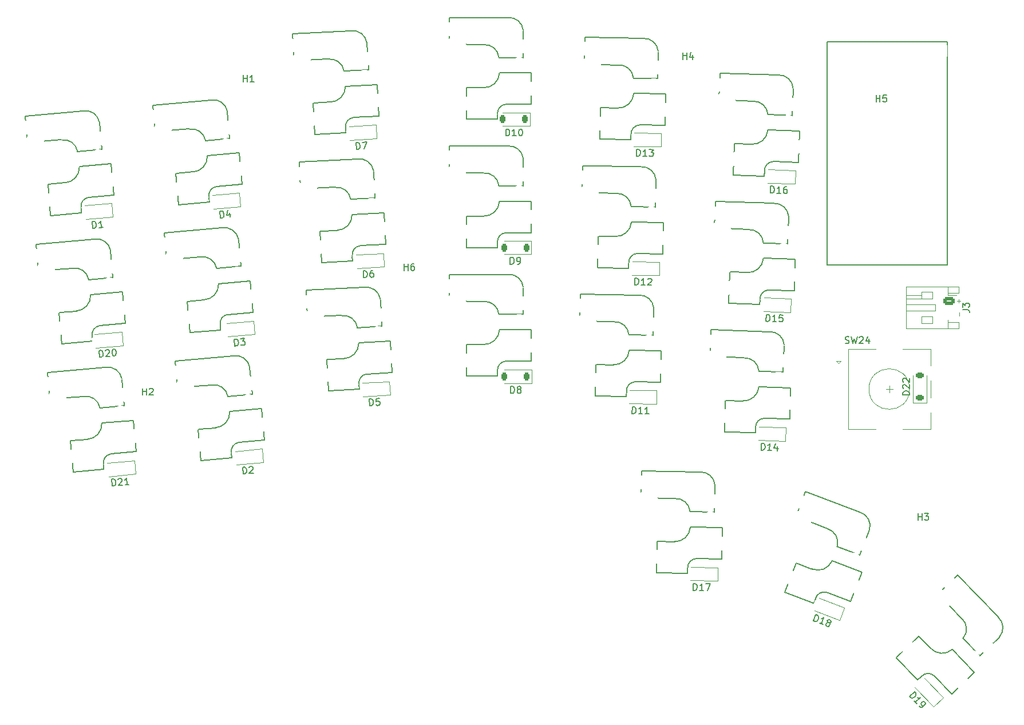
<source format=gto>
G04 #@! TF.GenerationSoftware,KiCad,Pcbnew,8.0.4*
G04 #@! TF.CreationDate,2024-08-27T16:31:29+02:00*
G04 #@! TF.ProjectId,totem_0_3,746f7465-6d5f-4305-9f33-2e6b69636164,0.3*
G04 #@! TF.SameCoordinates,Original*
G04 #@! TF.FileFunction,Legend,Top*
G04 #@! TF.FilePolarity,Positive*
%FSLAX46Y46*%
G04 Gerber Fmt 4.6, Leading zero omitted, Abs format (unit mm)*
G04 Created by KiCad (PCBNEW 8.0.4) date 2024-08-27 16:31:29*
%MOMM*%
%LPD*%
G01*
G04 APERTURE LIST*
G04 Aperture macros list*
%AMRoundRect*
0 Rectangle with rounded corners*
0 $1 Rounding radius*
0 $2 $3 $4 $5 $6 $7 $8 $9 X,Y pos of 4 corners*
0 Add a 4 corners polygon primitive as box body*
4,1,4,$2,$3,$4,$5,$6,$7,$8,$9,$2,$3,0*
0 Add four circle primitives for the rounded corners*
1,1,$1+$1,$2,$3*
1,1,$1+$1,$4,$5*
1,1,$1+$1,$6,$7*
1,1,$1+$1,$8,$9*
0 Add four rect primitives between the rounded corners*
20,1,$1+$1,$2,$3,$4,$5,0*
20,1,$1+$1,$4,$5,$6,$7,0*
20,1,$1+$1,$6,$7,$8,$9,0*
20,1,$1+$1,$8,$9,$2,$3,0*%
%AMRotRect*
0 Rectangle, with rotation*
0 The origin of the aperture is its center*
0 $1 length*
0 $2 width*
0 $3 Rotation angle, in degrees counterclockwise*
0 Add horizontal line*
21,1,$1,$2,0,0,$3*%
%AMFreePoly0*
4,1,6,0.600000,0.200000,0.000000,-0.400000,-0.600000,0.200000,-0.600000,0.400000,0.600000,0.400000,0.600000,0.200000,0.600000,0.200000,$1*%
%AMFreePoly1*
4,1,6,0.600000,-0.250000,-0.600000,-0.250000,-0.600000,1.000000,0.000000,0.400000,0.600000,1.000000,0.600000,-0.250000,0.600000,-0.250000,$1*%
G04 Aperture macros list end*
%ADD10C,0.150000*%
%ADD11C,0.120000*%
%ADD12C,0.200000*%
%ADD13C,2.200000*%
%ADD14RoundRect,0.225000X0.237950X0.366919X-0.211776X0.382624X-0.237950X-0.366919X0.211776X-0.382624X0*%
%ADD15RoundRect,0.225000X0.426051X0.098645X0.113454X0.422348X-0.426051X-0.098645X-0.113454X-0.422348X0*%
%ADD16C,1.900000*%
%ADD17C,1.700000*%
%ADD18C,3.000000*%
%ADD19C,4.000000*%
%ADD20RotRect,2.000000X2.000000X178.000000*%
%ADD21RotRect,1.800000X2.000000X178.000000*%
%ADD22RoundRect,0.225000X0.205066X0.386262X-0.244318X0.362710X-0.205066X-0.386262X0.244318X-0.362710X0*%
%ADD23RoundRect,0.225000X0.191460X0.393183X-0.256827X0.353963X-0.191460X-0.393183X0.256827X-0.353963X0*%
%ADD24RotRect,2.000000X2.000000X185.000000*%
%ADD25RotRect,1.800000X2.000000X185.000000*%
%ADD26R,0.600000X1.000000*%
%ADD27R,1.000000X0.600000*%
%ADD28R,1.100000X0.600000*%
%ADD29C,0.700000*%
%ADD30RoundRect,0.225000X0.225000X0.375000X-0.225000X0.375000X-0.225000X-0.375000X0.225000X-0.375000X0*%
%ADD31RoundRect,0.225000X0.375000X-0.225000X0.375000X0.225000X-0.375000X0.225000X-0.375000X-0.225000X0*%
%ADD32RotRect,2.000000X2.000000X183.000000*%
%ADD33RotRect,1.800000X2.000000X183.000000*%
%ADD34RoundRect,0.250000X-0.625000X0.350000X-0.625000X-0.350000X0.625000X-0.350000X0.625000X0.350000X0*%
%ADD35O,1.750000X1.200000*%
%ADD36R,2.000000X2.000000*%
%ADD37R,1.800000X2.000000*%
%ADD38RoundRect,0.225000X0.231510X0.371016X-0.218421X0.378870X-0.231510X-0.371016X0.218421X-0.378870X0*%
%ADD39RotRect,2.000000X2.000000X179.000000*%
%ADD40RotRect,1.800000X2.000000X179.000000*%
%ADD41C,1.524000*%
%ADD42FreePoly0,270.000000*%
%ADD43FreePoly0,90.000000*%
%ADD44R,1.524000X1.524000*%
%ADD45FreePoly1,270.000000*%
%ADD46FreePoly1,90.000000*%
%ADD47RotRect,2.000000X2.000000X134.000000*%
%ADD48RotRect,1.800000X2.000000X134.000000*%
%ADD49C,2.000000*%
%ADD50R,3.200000X2.000000*%
%ADD51RotRect,2.000000X2.000000X159.000000*%
%ADD52RotRect,1.800000X2.000000X159.000000*%
%ADD53RoundRect,0.225000X0.344444X0.269460X-0.075668X0.430725X-0.344444X-0.269460X0.075668X-0.430725X0*%
%ADD54C,0.800000*%
%ADD55R,0.900000X1.700000*%
G04 APERTURE END LIST*
D10*
X94678895Y-85643219D02*
X94678895Y-84643219D01*
X94678895Y-85119409D02*
X95250323Y-85119409D01*
X95250323Y-85643219D02*
X95250323Y-84643219D01*
X96155085Y-84643219D02*
X95964609Y-84643219D01*
X95964609Y-84643219D02*
X95869371Y-84690838D01*
X95869371Y-84690838D02*
X95821752Y-84738457D01*
X95821752Y-84738457D02*
X95726514Y-84881314D01*
X95726514Y-84881314D02*
X95678895Y-85071790D01*
X95678895Y-85071790D02*
X95678895Y-85452742D01*
X95678895Y-85452742D02*
X95726514Y-85547980D01*
X95726514Y-85547980D02*
X95774133Y-85595600D01*
X95774133Y-85595600D02*
X95869371Y-85643219D01*
X95869371Y-85643219D02*
X96059847Y-85643219D01*
X96059847Y-85643219D02*
X96155085Y-85595600D01*
X96155085Y-85595600D02*
X96202704Y-85547980D01*
X96202704Y-85547980D02*
X96250323Y-85452742D01*
X96250323Y-85452742D02*
X96250323Y-85214647D01*
X96250323Y-85214647D02*
X96202704Y-85119409D01*
X96202704Y-85119409D02*
X96155085Y-85071790D01*
X96155085Y-85071790D02*
X96059847Y-85024171D01*
X96059847Y-85024171D02*
X95869371Y-85024171D01*
X95869371Y-85024171D02*
X95774133Y-85071790D01*
X95774133Y-85071790D02*
X95726514Y-85119409D01*
X95726514Y-85119409D02*
X95678895Y-85214647D01*
X164503495Y-60700419D02*
X164503495Y-59700419D01*
X164503495Y-60176609D02*
X165074923Y-60176609D01*
X165074923Y-60700419D02*
X165074923Y-59700419D01*
X166027304Y-59700419D02*
X165551114Y-59700419D01*
X165551114Y-59700419D02*
X165503495Y-60176609D01*
X165503495Y-60176609D02*
X165551114Y-60128990D01*
X165551114Y-60128990D02*
X165646352Y-60081371D01*
X165646352Y-60081371D02*
X165884447Y-60081371D01*
X165884447Y-60081371D02*
X165979685Y-60128990D01*
X165979685Y-60128990D02*
X166027304Y-60176609D01*
X166027304Y-60176609D02*
X166074923Y-60271847D01*
X166074923Y-60271847D02*
X166074923Y-60509942D01*
X166074923Y-60509942D02*
X166027304Y-60605180D01*
X166027304Y-60605180D02*
X165979685Y-60652800D01*
X165979685Y-60652800D02*
X165884447Y-60700419D01*
X165884447Y-60700419D02*
X165646352Y-60700419D01*
X165646352Y-60700419D02*
X165551114Y-60652800D01*
X165551114Y-60652800D02*
X165503495Y-60605180D01*
X135903095Y-54401219D02*
X135903095Y-53401219D01*
X135903095Y-53877409D02*
X136474523Y-53877409D01*
X136474523Y-54401219D02*
X136474523Y-53401219D01*
X137379285Y-53734552D02*
X137379285Y-54401219D01*
X137141190Y-53353600D02*
X136903095Y-54067885D01*
X136903095Y-54067885D02*
X137522142Y-54067885D01*
X170701095Y-122600219D02*
X170701095Y-121600219D01*
X170701095Y-122076409D02*
X171272523Y-122076409D01*
X171272523Y-122600219D02*
X171272523Y-121600219D01*
X171653476Y-121600219D02*
X172272523Y-121600219D01*
X172272523Y-121600219D02*
X171939190Y-121981171D01*
X171939190Y-121981171D02*
X172082047Y-121981171D01*
X172082047Y-121981171D02*
X172177285Y-122028790D01*
X172177285Y-122028790D02*
X172224904Y-122076409D01*
X172224904Y-122076409D02*
X172272523Y-122171647D01*
X172272523Y-122171647D02*
X172272523Y-122409742D01*
X172272523Y-122409742D02*
X172224904Y-122504980D01*
X172224904Y-122504980D02*
X172177285Y-122552600D01*
X172177285Y-122552600D02*
X172082047Y-122600219D01*
X172082047Y-122600219D02*
X171796333Y-122600219D01*
X171796333Y-122600219D02*
X171701095Y-122552600D01*
X171701095Y-122552600D02*
X171653476Y-122504980D01*
X55994695Y-104083619D02*
X55994695Y-103083619D01*
X55994695Y-103559809D02*
X56566123Y-103559809D01*
X56566123Y-104083619D02*
X56566123Y-103083619D01*
X56994695Y-103178857D02*
X57042314Y-103131238D01*
X57042314Y-103131238D02*
X57137552Y-103083619D01*
X57137552Y-103083619D02*
X57375647Y-103083619D01*
X57375647Y-103083619D02*
X57470885Y-103131238D01*
X57470885Y-103131238D02*
X57518504Y-103178857D01*
X57518504Y-103178857D02*
X57566123Y-103274095D01*
X57566123Y-103274095D02*
X57566123Y-103369333D01*
X57566123Y-103369333D02*
X57518504Y-103512190D01*
X57518504Y-103512190D02*
X56947076Y-104083619D01*
X56947076Y-104083619D02*
X57566123Y-104083619D01*
X70904495Y-57754019D02*
X70904495Y-56754019D01*
X70904495Y-57230209D02*
X71475923Y-57230209D01*
X71475923Y-57754019D02*
X71475923Y-56754019D01*
X72475923Y-57754019D02*
X71904495Y-57754019D01*
X72190209Y-57754019D02*
X72190209Y-56754019D01*
X72190209Y-56754019D02*
X72094971Y-56896876D01*
X72094971Y-56896876D02*
X71999733Y-56992114D01*
X71999733Y-56992114D02*
X71904495Y-57039733D01*
X147495551Y-112230184D02*
X147530451Y-111230793D01*
X147530451Y-111230793D02*
X147768401Y-111239102D01*
X147768401Y-111239102D02*
X147909509Y-111291678D01*
X147909509Y-111291678D02*
X148001366Y-111390182D01*
X148001366Y-111390182D02*
X148045632Y-111487024D01*
X148045632Y-111487024D02*
X148086575Y-111679046D01*
X148086575Y-111679046D02*
X148081589Y-111821816D01*
X148081589Y-111821816D02*
X148027351Y-112010514D01*
X148027351Y-112010514D02*
X147976438Y-112104032D01*
X147976438Y-112104032D02*
X147877934Y-112195889D01*
X147877934Y-112195889D02*
X147733502Y-112238493D01*
X147733502Y-112238493D02*
X147495551Y-112230184D01*
X149018433Y-112283364D02*
X148447352Y-112263421D01*
X148732893Y-112273392D02*
X148767792Y-111274002D01*
X148767792Y-111274002D02*
X148667626Y-111413448D01*
X148667626Y-111413448D02*
X148569122Y-111505304D01*
X148569122Y-111505304D02*
X148472280Y-111549571D01*
X149898320Y-111647017D02*
X149875054Y-112313278D01*
X149673665Y-111257987D02*
X149410786Y-111963528D01*
X149410786Y-111963528D02*
X150029457Y-111985133D01*
X169472028Y-148666868D02*
X170191368Y-147972210D01*
X170191368Y-147972210D02*
X170356763Y-148143481D01*
X170356763Y-148143481D02*
X170421746Y-148279323D01*
X170421746Y-148279323D02*
X170419395Y-148413990D01*
X170419395Y-148413990D02*
X170383965Y-148514402D01*
X170383965Y-148514402D02*
X170280027Y-148680972D01*
X170280027Y-148680972D02*
X170177264Y-148780209D01*
X170177264Y-148780209D02*
X170007168Y-148878270D01*
X170007168Y-148878270D02*
X169905581Y-148910174D01*
X169905581Y-148910174D02*
X169770914Y-148907824D01*
X169770914Y-148907824D02*
X169637423Y-148838140D01*
X169637423Y-148838140D02*
X169472028Y-148666868D01*
X170530555Y-149763005D02*
X170133608Y-149351954D01*
X170332082Y-149557479D02*
X171051421Y-148862821D01*
X171051421Y-148862821D02*
X170882501Y-148893549D01*
X170882501Y-148893549D02*
X170747834Y-148891199D01*
X170747834Y-148891199D02*
X170647422Y-148855769D01*
X170861345Y-150105548D02*
X170993661Y-150242565D01*
X170993661Y-150242565D02*
X171094073Y-150277995D01*
X171094073Y-150277995D02*
X171161406Y-150279170D01*
X171161406Y-150279170D02*
X171330327Y-150248442D01*
X171330327Y-150248442D02*
X171500423Y-150150380D01*
X171500423Y-150150380D02*
X171774457Y-149885748D01*
X171774457Y-149885748D02*
X171809887Y-149785336D01*
X171809887Y-149785336D02*
X171811062Y-149718003D01*
X171811062Y-149718003D02*
X171779159Y-149616415D01*
X171779159Y-149616415D02*
X171646843Y-149479398D01*
X171646843Y-149479398D02*
X171546431Y-149443969D01*
X171546431Y-149443969D02*
X171479097Y-149442793D01*
X171479097Y-149442793D02*
X171377510Y-149474697D01*
X171377510Y-149474697D02*
X171206238Y-149640092D01*
X171206238Y-149640092D02*
X171170809Y-149740504D01*
X171170809Y-149740504D02*
X171169634Y-149807837D01*
X171169634Y-149807837D02*
X171201537Y-149909425D01*
X171201537Y-149909425D02*
X171333853Y-150046442D01*
X171333853Y-150046442D02*
X171434265Y-150081871D01*
X171434265Y-150081871D02*
X171501599Y-150083047D01*
X171501599Y-150083047D02*
X171603186Y-150051143D01*
X87643760Y-67744853D02*
X87591424Y-66746224D01*
X87591424Y-66746224D02*
X87829193Y-66733763D01*
X87829193Y-66733763D02*
X87974346Y-66773840D01*
X87974346Y-66773840D02*
X88074438Y-66863963D01*
X88074438Y-66863963D02*
X88126976Y-66956578D01*
X88126976Y-66956578D02*
X88184499Y-67144301D01*
X88184499Y-67144301D02*
X88191975Y-67286963D01*
X88191975Y-67286963D02*
X88154390Y-67479670D01*
X88154390Y-67479670D02*
X88111821Y-67577270D01*
X88111821Y-67577270D02*
X88021698Y-67677362D01*
X88021698Y-67677362D02*
X87881529Y-67732392D01*
X87881529Y-67732392D02*
X87643760Y-67744853D01*
X88494946Y-66698872D02*
X89160699Y-66663981D01*
X89160699Y-66663981D02*
X88785051Y-67685041D01*
X51522856Y-117535763D02*
X51435700Y-116539568D01*
X51435700Y-116539568D02*
X51672889Y-116518817D01*
X51672889Y-116518817D02*
X51819353Y-116553804D01*
X51819353Y-116553804D02*
X51922529Y-116640379D01*
X51922529Y-116640379D02*
X51978267Y-116731104D01*
X51978267Y-116731104D02*
X52042306Y-116916705D01*
X52042306Y-116916705D02*
X52054757Y-117059019D01*
X52054757Y-117059019D02*
X52023920Y-117252921D01*
X52023920Y-117252921D02*
X51984783Y-117351947D01*
X51984783Y-117351947D02*
X51898208Y-117455123D01*
X51898208Y-117455123D02*
X51760045Y-117515011D01*
X51760045Y-117515011D02*
X51522856Y-117535763D01*
X52392757Y-116551438D02*
X52436045Y-116499850D01*
X52436045Y-116499850D02*
X52526770Y-116444112D01*
X52526770Y-116444112D02*
X52763959Y-116423360D01*
X52763959Y-116423360D02*
X52862985Y-116462498D01*
X52862985Y-116462498D02*
X52914573Y-116505785D01*
X52914573Y-116505785D02*
X52970312Y-116596511D01*
X52970312Y-116596511D02*
X52978612Y-116691386D01*
X52978612Y-116691386D02*
X52943625Y-116837850D01*
X52943625Y-116837850D02*
X52424175Y-117456908D01*
X52424175Y-117456908D02*
X53040867Y-117402954D01*
X53989623Y-117319949D02*
X53420369Y-117369752D01*
X53704996Y-117344850D02*
X53617841Y-116348656D01*
X53617841Y-116348656D02*
X53535416Y-116499270D01*
X53535416Y-116499270D02*
X53448841Y-116602446D01*
X53448841Y-116602446D02*
X53358115Y-116658184D01*
X148237425Y-93169063D02*
X148272325Y-92169672D01*
X148272325Y-92169672D02*
X148510275Y-92177981D01*
X148510275Y-92177981D02*
X148651383Y-92230557D01*
X148651383Y-92230557D02*
X148743240Y-92329061D01*
X148743240Y-92329061D02*
X148787506Y-92425903D01*
X148787506Y-92425903D02*
X148828449Y-92617925D01*
X148828449Y-92617925D02*
X148823463Y-92760695D01*
X148823463Y-92760695D02*
X148769225Y-92949393D01*
X148769225Y-92949393D02*
X148718312Y-93042911D01*
X148718312Y-93042911D02*
X148619808Y-93134768D01*
X148619808Y-93134768D02*
X148475376Y-93177372D01*
X148475376Y-93177372D02*
X148237425Y-93169063D01*
X149760307Y-93222243D02*
X149189226Y-93202300D01*
X149474767Y-93212271D02*
X149509666Y-92212881D01*
X149509666Y-92212881D02*
X149409500Y-92352327D01*
X149409500Y-92352327D02*
X149310996Y-92444183D01*
X149310996Y-92444183D02*
X149214154Y-92488450D01*
X150699417Y-92254428D02*
X150223517Y-92237809D01*
X150223517Y-92237809D02*
X150159308Y-92712047D01*
X150159308Y-92712047D02*
X150208560Y-92666119D01*
X150208560Y-92666119D02*
X150305402Y-92621853D01*
X150305402Y-92621853D02*
X150543352Y-92630162D01*
X150543352Y-92630162D02*
X150636870Y-92681076D01*
X150636870Y-92681076D02*
X150682798Y-92730328D01*
X150682798Y-92730328D02*
X150727065Y-92827170D01*
X150727065Y-92827170D02*
X150718755Y-93065120D01*
X150718755Y-93065120D02*
X150667841Y-93158638D01*
X150667841Y-93158638D02*
X150618589Y-93204567D01*
X150618589Y-93204567D02*
X150521747Y-93248833D01*
X150521747Y-93248833D02*
X150283797Y-93240523D01*
X150283797Y-93240523D02*
X150190279Y-93189610D01*
X150190279Y-93189610D02*
X150144351Y-93140358D01*
X110462000Y-103809640D02*
X110462000Y-102809640D01*
X110462000Y-102809640D02*
X110700095Y-102809640D01*
X110700095Y-102809640D02*
X110842952Y-102857259D01*
X110842952Y-102857259D02*
X110938190Y-102952497D01*
X110938190Y-102952497D02*
X110985809Y-103047735D01*
X110985809Y-103047735D02*
X111033428Y-103238211D01*
X111033428Y-103238211D02*
X111033428Y-103381068D01*
X111033428Y-103381068D02*
X110985809Y-103571544D01*
X110985809Y-103571544D02*
X110938190Y-103666782D01*
X110938190Y-103666782D02*
X110842952Y-103762021D01*
X110842952Y-103762021D02*
X110700095Y-103809640D01*
X110700095Y-103809640D02*
X110462000Y-103809640D01*
X111604857Y-103238211D02*
X111509619Y-103190592D01*
X111509619Y-103190592D02*
X111462000Y-103142973D01*
X111462000Y-103142973D02*
X111414381Y-103047735D01*
X111414381Y-103047735D02*
X111414381Y-103000116D01*
X111414381Y-103000116D02*
X111462000Y-102904878D01*
X111462000Y-102904878D02*
X111509619Y-102857259D01*
X111509619Y-102857259D02*
X111604857Y-102809640D01*
X111604857Y-102809640D02*
X111795333Y-102809640D01*
X111795333Y-102809640D02*
X111890571Y-102857259D01*
X111890571Y-102857259D02*
X111938190Y-102904878D01*
X111938190Y-102904878D02*
X111985809Y-103000116D01*
X111985809Y-103000116D02*
X111985809Y-103047735D01*
X111985809Y-103047735D02*
X111938190Y-103142973D01*
X111938190Y-103142973D02*
X111890571Y-103190592D01*
X111890571Y-103190592D02*
X111795333Y-103238211D01*
X111795333Y-103238211D02*
X111604857Y-103238211D01*
X111604857Y-103238211D02*
X111509619Y-103285830D01*
X111509619Y-103285830D02*
X111462000Y-103333449D01*
X111462000Y-103333449D02*
X111414381Y-103428687D01*
X111414381Y-103428687D02*
X111414381Y-103619163D01*
X111414381Y-103619163D02*
X111462000Y-103714401D01*
X111462000Y-103714401D02*
X111509619Y-103762021D01*
X111509619Y-103762021D02*
X111604857Y-103809640D01*
X111604857Y-103809640D02*
X111795333Y-103809640D01*
X111795333Y-103809640D02*
X111890571Y-103762021D01*
X111890571Y-103762021D02*
X111938190Y-103714401D01*
X111938190Y-103714401D02*
X111985809Y-103619163D01*
X111985809Y-103619163D02*
X111985809Y-103428687D01*
X111985809Y-103428687D02*
X111938190Y-103333449D01*
X111938190Y-103333449D02*
X111890571Y-103285830D01*
X111890571Y-103285830D02*
X111795333Y-103238211D01*
X169435219Y-104060085D02*
X168435219Y-104060085D01*
X168435219Y-104060085D02*
X168435219Y-103821990D01*
X168435219Y-103821990D02*
X168482838Y-103679133D01*
X168482838Y-103679133D02*
X168578076Y-103583895D01*
X168578076Y-103583895D02*
X168673314Y-103536276D01*
X168673314Y-103536276D02*
X168863790Y-103488657D01*
X168863790Y-103488657D02*
X169006647Y-103488657D01*
X169006647Y-103488657D02*
X169197123Y-103536276D01*
X169197123Y-103536276D02*
X169292361Y-103583895D01*
X169292361Y-103583895D02*
X169387600Y-103679133D01*
X169387600Y-103679133D02*
X169435219Y-103821990D01*
X169435219Y-103821990D02*
X169435219Y-104060085D01*
X168530457Y-103107704D02*
X168482838Y-103060085D01*
X168482838Y-103060085D02*
X168435219Y-102964847D01*
X168435219Y-102964847D02*
X168435219Y-102726752D01*
X168435219Y-102726752D02*
X168482838Y-102631514D01*
X168482838Y-102631514D02*
X168530457Y-102583895D01*
X168530457Y-102583895D02*
X168625695Y-102536276D01*
X168625695Y-102536276D02*
X168720933Y-102536276D01*
X168720933Y-102536276D02*
X168863790Y-102583895D01*
X168863790Y-102583895D02*
X169435219Y-103155323D01*
X169435219Y-103155323D02*
X169435219Y-102536276D01*
X168530457Y-102155323D02*
X168482838Y-102107704D01*
X168482838Y-102107704D02*
X168435219Y-102012466D01*
X168435219Y-102012466D02*
X168435219Y-101774371D01*
X168435219Y-101774371D02*
X168482838Y-101679133D01*
X168482838Y-101679133D02*
X168530457Y-101631514D01*
X168530457Y-101631514D02*
X168625695Y-101583895D01*
X168625695Y-101583895D02*
X168720933Y-101583895D01*
X168720933Y-101583895D02*
X168863790Y-101631514D01*
X168863790Y-101631514D02*
X169435219Y-102202942D01*
X169435219Y-102202942D02*
X169435219Y-101583895D01*
X177303219Y-91479133D02*
X178017504Y-91479133D01*
X178017504Y-91479133D02*
X178160361Y-91526752D01*
X178160361Y-91526752D02*
X178255600Y-91621990D01*
X178255600Y-91621990D02*
X178303219Y-91764847D01*
X178303219Y-91764847D02*
X178303219Y-91860085D01*
X177303219Y-91098180D02*
X177303219Y-90479133D01*
X177303219Y-90479133D02*
X177684171Y-90812466D01*
X177684171Y-90812466D02*
X177684171Y-90669609D01*
X177684171Y-90669609D02*
X177731790Y-90574371D01*
X177731790Y-90574371D02*
X177779409Y-90526752D01*
X177779409Y-90526752D02*
X177874647Y-90479133D01*
X177874647Y-90479133D02*
X178112742Y-90479133D01*
X178112742Y-90479133D02*
X178207980Y-90526752D01*
X178207980Y-90526752D02*
X178255600Y-90574371D01*
X178255600Y-90574371D02*
X178303219Y-90669609D01*
X178303219Y-90669609D02*
X178303219Y-90955323D01*
X178303219Y-90955323D02*
X178255600Y-91050561D01*
X178255600Y-91050561D02*
X178207980Y-91098180D01*
X148875104Y-74180550D02*
X148910004Y-73181159D01*
X148910004Y-73181159D02*
X149147954Y-73189468D01*
X149147954Y-73189468D02*
X149289062Y-73242044D01*
X149289062Y-73242044D02*
X149380919Y-73340548D01*
X149380919Y-73340548D02*
X149425185Y-73437390D01*
X149425185Y-73437390D02*
X149466128Y-73629412D01*
X149466128Y-73629412D02*
X149461142Y-73772182D01*
X149461142Y-73772182D02*
X149406904Y-73960880D01*
X149406904Y-73960880D02*
X149355991Y-74054398D01*
X149355991Y-74054398D02*
X149257487Y-74146255D01*
X149257487Y-74146255D02*
X149113055Y-74188859D01*
X149113055Y-74188859D02*
X148875104Y-74180550D01*
X150397986Y-74233730D02*
X149826905Y-74213787D01*
X150112446Y-74223758D02*
X150147345Y-73224368D01*
X150147345Y-73224368D02*
X150047179Y-73363814D01*
X150047179Y-73363814D02*
X149948675Y-73455670D01*
X149948675Y-73455670D02*
X149851833Y-73499937D01*
X151289506Y-73264253D02*
X151099146Y-73257605D01*
X151099146Y-73257605D02*
X151002304Y-73301871D01*
X151002304Y-73301871D02*
X150953052Y-73347800D01*
X150953052Y-73347800D02*
X150852886Y-73487246D01*
X150852886Y-73487246D02*
X150798649Y-73675944D01*
X150798649Y-73675944D02*
X150785354Y-74056665D01*
X150785354Y-74056665D02*
X150829620Y-74153507D01*
X150829620Y-74153507D02*
X150875548Y-74202758D01*
X150875548Y-74202758D02*
X150969066Y-74253672D01*
X150969066Y-74253672D02*
X151159426Y-74260320D01*
X151159426Y-74260320D02*
X151256268Y-74216054D01*
X151256268Y-74216054D02*
X151305520Y-74170125D01*
X151305520Y-74170125D02*
X151356434Y-74076607D01*
X151356434Y-74076607D02*
X151364744Y-73838657D01*
X151364744Y-73838657D02*
X151320477Y-73741815D01*
X151320477Y-73741815D02*
X151274549Y-73692563D01*
X151274549Y-73692563D02*
X151181031Y-73641649D01*
X151181031Y-73641649D02*
X150990671Y-73635002D01*
X150990671Y-73635002D02*
X150893829Y-73679268D01*
X150893829Y-73679268D02*
X150844577Y-73725196D01*
X150844577Y-73725196D02*
X150793663Y-73818714D01*
X109731808Y-65735041D02*
X109731808Y-64735041D01*
X109731808Y-64735041D02*
X109969903Y-64735041D01*
X109969903Y-64735041D02*
X110112760Y-64782660D01*
X110112760Y-64782660D02*
X110207998Y-64877898D01*
X110207998Y-64877898D02*
X110255617Y-64973136D01*
X110255617Y-64973136D02*
X110303236Y-65163612D01*
X110303236Y-65163612D02*
X110303236Y-65306469D01*
X110303236Y-65306469D02*
X110255617Y-65496945D01*
X110255617Y-65496945D02*
X110207998Y-65592183D01*
X110207998Y-65592183D02*
X110112760Y-65687422D01*
X110112760Y-65687422D02*
X109969903Y-65735041D01*
X109969903Y-65735041D02*
X109731808Y-65735041D01*
X111255617Y-65735041D02*
X110684189Y-65735041D01*
X110969903Y-65735041D02*
X110969903Y-64735041D01*
X110969903Y-64735041D02*
X110874665Y-64877898D01*
X110874665Y-64877898D02*
X110779427Y-64973136D01*
X110779427Y-64973136D02*
X110684189Y-65020755D01*
X111874665Y-64735041D02*
X111969903Y-64735041D01*
X111969903Y-64735041D02*
X112065141Y-64782660D01*
X112065141Y-64782660D02*
X112112760Y-64830279D01*
X112112760Y-64830279D02*
X112160379Y-64925517D01*
X112160379Y-64925517D02*
X112207998Y-65115993D01*
X112207998Y-65115993D02*
X112207998Y-65354088D01*
X112207998Y-65354088D02*
X112160379Y-65544564D01*
X112160379Y-65544564D02*
X112112760Y-65639802D01*
X112112760Y-65639802D02*
X112065141Y-65687422D01*
X112065141Y-65687422D02*
X111969903Y-65735041D01*
X111969903Y-65735041D02*
X111874665Y-65735041D01*
X111874665Y-65735041D02*
X111779427Y-65687422D01*
X111779427Y-65687422D02*
X111731808Y-65639802D01*
X111731808Y-65639802D02*
X111684189Y-65544564D01*
X111684189Y-65544564D02*
X111636570Y-65354088D01*
X111636570Y-65354088D02*
X111636570Y-65115993D01*
X111636570Y-65115993D02*
X111684189Y-64925517D01*
X111684189Y-64925517D02*
X111731808Y-64830279D01*
X111731808Y-64830279D02*
X111779427Y-64782660D01*
X111779427Y-64782660D02*
X111874665Y-64735041D01*
X88695003Y-86718799D02*
X88642667Y-85720170D01*
X88642667Y-85720170D02*
X88880436Y-85707709D01*
X88880436Y-85707709D02*
X89025589Y-85747786D01*
X89025589Y-85747786D02*
X89125681Y-85837909D01*
X89125681Y-85837909D02*
X89178219Y-85930524D01*
X89178219Y-85930524D02*
X89235742Y-86118247D01*
X89235742Y-86118247D02*
X89243218Y-86260909D01*
X89243218Y-86260909D02*
X89205633Y-86453616D01*
X89205633Y-86453616D02*
X89163064Y-86551216D01*
X89163064Y-86551216D02*
X89072941Y-86651308D01*
X89072941Y-86651308D02*
X88932772Y-86706338D01*
X88932772Y-86706338D02*
X88695003Y-86718799D01*
X90069280Y-85645404D02*
X89879065Y-85655373D01*
X89879065Y-85655373D02*
X89786450Y-85707911D01*
X89786450Y-85707911D02*
X89741388Y-85757957D01*
X89741388Y-85757957D02*
X89653757Y-85905603D01*
X89653757Y-85905603D02*
X89616172Y-86098310D01*
X89616172Y-86098310D02*
X89636110Y-86478740D01*
X89636110Y-86478740D02*
X89688648Y-86571356D01*
X89688648Y-86571356D02*
X89738694Y-86616417D01*
X89738694Y-86616417D02*
X89836294Y-86658987D01*
X89836294Y-86658987D02*
X90026509Y-86649018D01*
X90026509Y-86649018D02*
X90119124Y-86596480D01*
X90119124Y-86596480D02*
X90164186Y-86546434D01*
X90164186Y-86546434D02*
X90206755Y-86448834D01*
X90206755Y-86448834D02*
X90194294Y-86211065D01*
X90194294Y-86211065D02*
X90141756Y-86118450D01*
X90141756Y-86118450D02*
X90091710Y-86073388D01*
X90091710Y-86073388D02*
X89994110Y-86030819D01*
X89994110Y-86030819D02*
X89803895Y-86040787D01*
X89803895Y-86040787D02*
X89711280Y-86093326D01*
X89711280Y-86093326D02*
X89666218Y-86143372D01*
X89666218Y-86143372D02*
X89623649Y-86240971D01*
X69655465Y-96821207D02*
X69568309Y-95825012D01*
X69568309Y-95825012D02*
X69805498Y-95804261D01*
X69805498Y-95804261D02*
X69951962Y-95839248D01*
X69951962Y-95839248D02*
X70055138Y-95925823D01*
X70055138Y-95925823D02*
X70110876Y-96016549D01*
X70110876Y-96016549D02*
X70174915Y-96202150D01*
X70174915Y-96202150D02*
X70187366Y-96344463D01*
X70187366Y-96344463D02*
X70156529Y-96538365D01*
X70156529Y-96538365D02*
X70117392Y-96637391D01*
X70117392Y-96637391D02*
X70030817Y-96740567D01*
X70030817Y-96740567D02*
X69892654Y-96800456D01*
X69892654Y-96800456D02*
X69655465Y-96821207D01*
X70469628Y-95746157D02*
X71086320Y-95692204D01*
X71086320Y-95692204D02*
X70787457Y-96100758D01*
X70787457Y-96100758D02*
X70929771Y-96088307D01*
X70929771Y-96088307D02*
X71028797Y-96127445D01*
X71028797Y-96127445D02*
X71080385Y-96170732D01*
X71080385Y-96170732D02*
X71136123Y-96261458D01*
X71136123Y-96261458D02*
X71156874Y-96498647D01*
X71156874Y-96498647D02*
X71117737Y-96597673D01*
X71117737Y-96597673D02*
X71074450Y-96649261D01*
X71074450Y-96649261D02*
X70983724Y-96704999D01*
X70983724Y-96704999D02*
X70699097Y-96729901D01*
X70699097Y-96729901D02*
X70600071Y-96690764D01*
X70600071Y-96690764D02*
X70548483Y-96647476D01*
X128417743Y-106813432D02*
X128435195Y-105813584D01*
X128435195Y-105813584D02*
X128673254Y-105817740D01*
X128673254Y-105817740D02*
X128815259Y-105867845D01*
X128815259Y-105867845D02*
X128908820Y-105964730D01*
X128908820Y-105964730D02*
X128954770Y-106060785D01*
X128954770Y-106060785D02*
X128999057Y-106252063D01*
X128999057Y-106252063D02*
X128996564Y-106394899D01*
X128996564Y-106394899D02*
X128945628Y-106584515D01*
X128945628Y-106584515D02*
X128896354Y-106678907D01*
X128896354Y-106678907D02*
X128799468Y-106772469D01*
X128799468Y-106772469D02*
X128655802Y-106817587D01*
X128655802Y-106817587D02*
X128417743Y-106813432D01*
X129941320Y-106840026D02*
X129369979Y-106830053D01*
X129655650Y-106835040D02*
X129673102Y-105835192D01*
X129673102Y-105835192D02*
X129575385Y-105976365D01*
X129575385Y-105976365D02*
X129478500Y-106069927D01*
X129478500Y-106069927D02*
X129382445Y-106115876D01*
X130893556Y-106856648D02*
X130322215Y-106846675D01*
X130607886Y-106851661D02*
X130625338Y-105851813D01*
X130625338Y-105851813D02*
X130527621Y-105992987D01*
X130527621Y-105992987D02*
X130430736Y-106086548D01*
X130430736Y-106086548D02*
X130334681Y-106132498D01*
X129082236Y-68744632D02*
X129099688Y-67744784D01*
X129099688Y-67744784D02*
X129337747Y-67748940D01*
X129337747Y-67748940D02*
X129479752Y-67799045D01*
X129479752Y-67799045D02*
X129573313Y-67895930D01*
X129573313Y-67895930D02*
X129619263Y-67991985D01*
X129619263Y-67991985D02*
X129663550Y-68183263D01*
X129663550Y-68183263D02*
X129661057Y-68326099D01*
X129661057Y-68326099D02*
X129610121Y-68515715D01*
X129610121Y-68515715D02*
X129560847Y-68610107D01*
X129560847Y-68610107D02*
X129463961Y-68703669D01*
X129463961Y-68703669D02*
X129320295Y-68748787D01*
X129320295Y-68748787D02*
X129082236Y-68744632D01*
X130605813Y-68771226D02*
X130034472Y-68761253D01*
X130320143Y-68766240D02*
X130337595Y-67766392D01*
X130337595Y-67766392D02*
X130239878Y-67907565D01*
X130239878Y-67907565D02*
X130142993Y-68001127D01*
X130142993Y-68001127D02*
X130046938Y-68047076D01*
X130956548Y-67777196D02*
X131575502Y-67788000D01*
X131575502Y-67788000D02*
X131235571Y-68163077D01*
X131235571Y-68163077D02*
X131378406Y-68165570D01*
X131378406Y-68165570D02*
X131472799Y-68214844D01*
X131472799Y-68214844D02*
X131519579Y-68263287D01*
X131519579Y-68263287D02*
X131565529Y-68359341D01*
X131565529Y-68359341D02*
X131561374Y-68597400D01*
X131561374Y-68597400D02*
X131512100Y-68691793D01*
X131512100Y-68691793D02*
X131463657Y-68738574D01*
X131463657Y-68738574D02*
X131367602Y-68784523D01*
X131367602Y-68784523D02*
X131081931Y-68779537D01*
X131081931Y-68779537D02*
X130987539Y-68730263D01*
X130987539Y-68730263D02*
X130940758Y-68681820D01*
X89601382Y-105682337D02*
X89549046Y-104683708D01*
X89549046Y-104683708D02*
X89786815Y-104671247D01*
X89786815Y-104671247D02*
X89931968Y-104711324D01*
X89931968Y-104711324D02*
X90032060Y-104801447D01*
X90032060Y-104801447D02*
X90084598Y-104894062D01*
X90084598Y-104894062D02*
X90142121Y-105081785D01*
X90142121Y-105081785D02*
X90149597Y-105224447D01*
X90149597Y-105224447D02*
X90112012Y-105417154D01*
X90112012Y-105417154D02*
X90069443Y-105514754D01*
X90069443Y-105514754D02*
X89979320Y-105614846D01*
X89979320Y-105614846D02*
X89839151Y-105669876D01*
X89839151Y-105669876D02*
X89601382Y-105682337D01*
X91023213Y-104606450D02*
X90547675Y-104631372D01*
X90547675Y-104631372D02*
X90525043Y-105109402D01*
X90525043Y-105109402D02*
X90570105Y-105059356D01*
X90570105Y-105059356D02*
X90662720Y-105006818D01*
X90662720Y-105006818D02*
X90900489Y-104994357D01*
X90900489Y-104994357D02*
X90998089Y-105036926D01*
X90998089Y-105036926D02*
X91048135Y-105081988D01*
X91048135Y-105081988D02*
X91100673Y-105174603D01*
X91100673Y-105174603D02*
X91113134Y-105412372D01*
X91113134Y-105412372D02*
X91070565Y-105509972D01*
X91070565Y-105509972D02*
X91025503Y-105560018D01*
X91025503Y-105560018D02*
X90932888Y-105612556D01*
X90932888Y-105612556D02*
X90695119Y-105625017D01*
X90695119Y-105625017D02*
X90597519Y-105582447D01*
X90597519Y-105582447D02*
X90547473Y-105537386D01*
X70885681Y-115767728D02*
X70798525Y-114771533D01*
X70798525Y-114771533D02*
X71035714Y-114750782D01*
X71035714Y-114750782D02*
X71182178Y-114785769D01*
X71182178Y-114785769D02*
X71285354Y-114872344D01*
X71285354Y-114872344D02*
X71341092Y-114963070D01*
X71341092Y-114963070D02*
X71405131Y-115148671D01*
X71405131Y-115148671D02*
X71417582Y-115290984D01*
X71417582Y-115290984D02*
X71386745Y-115484886D01*
X71386745Y-115484886D02*
X71347608Y-115583912D01*
X71347608Y-115583912D02*
X71261033Y-115687088D01*
X71261033Y-115687088D02*
X71122870Y-115746977D01*
X71122870Y-115746977D02*
X70885681Y-115767728D01*
X71755582Y-114783404D02*
X71798870Y-114731815D01*
X71798870Y-114731815D02*
X71889595Y-114676077D01*
X71889595Y-114676077D02*
X72126784Y-114655326D01*
X72126784Y-114655326D02*
X72225810Y-114694463D01*
X72225810Y-114694463D02*
X72277398Y-114737751D01*
X72277398Y-114737751D02*
X72333137Y-114828476D01*
X72333137Y-114828476D02*
X72341437Y-114923352D01*
X72341437Y-114923352D02*
X72306450Y-115069815D01*
X72306450Y-115069815D02*
X71787000Y-115688873D01*
X71787000Y-115688873D02*
X72403691Y-115634919D01*
X49653471Y-98500054D02*
X49566315Y-97503859D01*
X49566315Y-97503859D02*
X49803504Y-97483108D01*
X49803504Y-97483108D02*
X49949968Y-97518095D01*
X49949968Y-97518095D02*
X50053144Y-97604670D01*
X50053144Y-97604670D02*
X50108882Y-97695395D01*
X50108882Y-97695395D02*
X50172921Y-97880996D01*
X50172921Y-97880996D02*
X50185372Y-98023310D01*
X50185372Y-98023310D02*
X50154535Y-98217212D01*
X50154535Y-98217212D02*
X50115398Y-98316238D01*
X50115398Y-98316238D02*
X50028823Y-98419414D01*
X50028823Y-98419414D02*
X49890660Y-98479302D01*
X49890660Y-98479302D02*
X49653471Y-98500054D01*
X50523372Y-97515729D02*
X50566660Y-97464141D01*
X50566660Y-97464141D02*
X50657385Y-97408403D01*
X50657385Y-97408403D02*
X50894574Y-97387651D01*
X50894574Y-97387651D02*
X50993600Y-97426789D01*
X50993600Y-97426789D02*
X51045188Y-97470076D01*
X51045188Y-97470076D02*
X51100927Y-97560802D01*
X51100927Y-97560802D02*
X51109227Y-97655677D01*
X51109227Y-97655677D02*
X51074240Y-97802141D01*
X51074240Y-97802141D02*
X50554790Y-98421199D01*
X50554790Y-98421199D02*
X51171482Y-98367245D01*
X51701018Y-97317097D02*
X51795893Y-97308796D01*
X51795893Y-97308796D02*
X51894919Y-97347934D01*
X51894919Y-97347934D02*
X51946508Y-97391221D01*
X51946508Y-97391221D02*
X52002246Y-97481947D01*
X52002246Y-97481947D02*
X52066285Y-97667548D01*
X52066285Y-97667548D02*
X52087036Y-97904737D01*
X52087036Y-97904737D02*
X52056199Y-98098638D01*
X52056199Y-98098638D02*
X52017062Y-98197664D01*
X52017062Y-98197664D02*
X51973775Y-98249253D01*
X51973775Y-98249253D02*
X51883049Y-98304991D01*
X51883049Y-98304991D02*
X51788174Y-98313291D01*
X51788174Y-98313291D02*
X51689148Y-98274154D01*
X51689148Y-98274154D02*
X51637559Y-98230867D01*
X51637559Y-98230867D02*
X51581821Y-98140141D01*
X51581821Y-98140141D02*
X51517782Y-97954540D01*
X51517782Y-97954540D02*
X51497031Y-97717351D01*
X51497031Y-97717351D02*
X51527868Y-97523449D01*
X51527868Y-97523449D02*
X51567005Y-97424423D01*
X51567005Y-97424423D02*
X51610292Y-97372835D01*
X51610292Y-97372835D02*
X51701018Y-97317097D01*
X48630400Y-79416575D02*
X48543244Y-78420380D01*
X48543244Y-78420380D02*
X48780433Y-78399629D01*
X48780433Y-78399629D02*
X48926897Y-78434616D01*
X48926897Y-78434616D02*
X49030073Y-78521191D01*
X49030073Y-78521191D02*
X49085811Y-78611917D01*
X49085811Y-78611917D02*
X49149850Y-78797518D01*
X49149850Y-78797518D02*
X49162301Y-78939831D01*
X49162301Y-78939831D02*
X49131464Y-79133733D01*
X49131464Y-79133733D02*
X49092327Y-79232759D01*
X49092327Y-79232759D02*
X49005752Y-79335935D01*
X49005752Y-79335935D02*
X48867589Y-79395824D01*
X48867589Y-79395824D02*
X48630400Y-79416575D01*
X50148410Y-79283766D02*
X49579156Y-79333570D01*
X49863783Y-79308668D02*
X49776628Y-78312473D01*
X49776628Y-78312473D02*
X49694203Y-78463087D01*
X49694203Y-78463087D02*
X49607628Y-78566264D01*
X49607628Y-78566264D02*
X49516902Y-78622002D01*
X159945676Y-96408600D02*
X160088533Y-96456219D01*
X160088533Y-96456219D02*
X160326628Y-96456219D01*
X160326628Y-96456219D02*
X160421866Y-96408600D01*
X160421866Y-96408600D02*
X160469485Y-96360980D01*
X160469485Y-96360980D02*
X160517104Y-96265742D01*
X160517104Y-96265742D02*
X160517104Y-96170504D01*
X160517104Y-96170504D02*
X160469485Y-96075266D01*
X160469485Y-96075266D02*
X160421866Y-96027647D01*
X160421866Y-96027647D02*
X160326628Y-95980028D01*
X160326628Y-95980028D02*
X160136152Y-95932409D01*
X160136152Y-95932409D02*
X160040914Y-95884790D01*
X160040914Y-95884790D02*
X159993295Y-95837171D01*
X159993295Y-95837171D02*
X159945676Y-95741933D01*
X159945676Y-95741933D02*
X159945676Y-95646695D01*
X159945676Y-95646695D02*
X159993295Y-95551457D01*
X159993295Y-95551457D02*
X160040914Y-95503838D01*
X160040914Y-95503838D02*
X160136152Y-95456219D01*
X160136152Y-95456219D02*
X160374247Y-95456219D01*
X160374247Y-95456219D02*
X160517104Y-95503838D01*
X160850438Y-95456219D02*
X161088533Y-96456219D01*
X161088533Y-96456219D02*
X161279009Y-95741933D01*
X161279009Y-95741933D02*
X161469485Y-96456219D01*
X161469485Y-96456219D02*
X161707581Y-95456219D01*
X162040914Y-95551457D02*
X162088533Y-95503838D01*
X162088533Y-95503838D02*
X162183771Y-95456219D01*
X162183771Y-95456219D02*
X162421866Y-95456219D01*
X162421866Y-95456219D02*
X162517104Y-95503838D01*
X162517104Y-95503838D02*
X162564723Y-95551457D01*
X162564723Y-95551457D02*
X162612342Y-95646695D01*
X162612342Y-95646695D02*
X162612342Y-95741933D01*
X162612342Y-95741933D02*
X162564723Y-95884790D01*
X162564723Y-95884790D02*
X161993295Y-96456219D01*
X161993295Y-96456219D02*
X162612342Y-96456219D01*
X163469485Y-95789552D02*
X163469485Y-96456219D01*
X163231390Y-95408600D02*
X162993295Y-96122885D01*
X162993295Y-96122885D02*
X163612342Y-96122885D01*
X67517764Y-77891631D02*
X67430608Y-76895436D01*
X67430608Y-76895436D02*
X67667797Y-76874685D01*
X67667797Y-76874685D02*
X67814261Y-76909672D01*
X67814261Y-76909672D02*
X67917437Y-76996247D01*
X67917437Y-76996247D02*
X67973175Y-77086973D01*
X67973175Y-77086973D02*
X68037214Y-77272574D01*
X68037214Y-77272574D02*
X68049665Y-77414887D01*
X68049665Y-77414887D02*
X68018828Y-77608789D01*
X68018828Y-77608789D02*
X67979691Y-77707815D01*
X67979691Y-77707815D02*
X67893116Y-77810991D01*
X67893116Y-77810991D02*
X67754953Y-77870880D01*
X67754953Y-77870880D02*
X67517764Y-77891631D01*
X68882795Y-77102993D02*
X68940899Y-77767123D01*
X68612404Y-76744242D02*
X68437468Y-77476561D01*
X68437468Y-77476561D02*
X69054160Y-77422607D01*
X128825955Y-87793061D02*
X128843407Y-86793213D01*
X128843407Y-86793213D02*
X129081466Y-86797369D01*
X129081466Y-86797369D02*
X129223471Y-86847474D01*
X129223471Y-86847474D02*
X129317032Y-86944359D01*
X129317032Y-86944359D02*
X129362982Y-87040414D01*
X129362982Y-87040414D02*
X129407269Y-87231692D01*
X129407269Y-87231692D02*
X129404776Y-87374528D01*
X129404776Y-87374528D02*
X129353840Y-87564144D01*
X129353840Y-87564144D02*
X129304566Y-87658536D01*
X129304566Y-87658536D02*
X129207680Y-87752098D01*
X129207680Y-87752098D02*
X129064014Y-87797216D01*
X129064014Y-87797216D02*
X128825955Y-87793061D01*
X130349532Y-87819655D02*
X129778191Y-87809682D01*
X130063862Y-87814669D02*
X130081314Y-86814821D01*
X130081314Y-86814821D02*
X129983597Y-86955994D01*
X129983597Y-86955994D02*
X129886712Y-87049556D01*
X129886712Y-87049556D02*
X129790657Y-87095505D01*
X130746217Y-86921680D02*
X130794660Y-86874899D01*
X130794660Y-86874899D02*
X130890715Y-86828949D01*
X130890715Y-86828949D02*
X131128774Y-86833105D01*
X131128774Y-86833105D02*
X131223166Y-86882379D01*
X131223166Y-86882379D02*
X131269947Y-86930821D01*
X131269947Y-86930821D02*
X131315897Y-87026876D01*
X131315897Y-87026876D02*
X131314234Y-87122100D01*
X131314234Y-87122100D02*
X131264129Y-87264104D01*
X131264129Y-87264104D02*
X130682815Y-87825473D01*
X130682815Y-87825473D02*
X131301768Y-87836277D01*
X155244669Y-137504419D02*
X155603036Y-136570838D01*
X155603036Y-136570838D02*
X155825318Y-136656164D01*
X155825318Y-136656164D02*
X155941621Y-136751815D01*
X155941621Y-136751815D02*
X155996403Y-136874858D01*
X155996403Y-136874858D02*
X156006729Y-136980836D01*
X156006729Y-136980836D02*
X155982925Y-137175726D01*
X155982925Y-137175726D02*
X155931729Y-137309094D01*
X155931729Y-137309094D02*
X155819013Y-137469854D01*
X155819013Y-137469854D02*
X155740426Y-137541701D01*
X155740426Y-137541701D02*
X155617383Y-137596483D01*
X155617383Y-137596483D02*
X155466950Y-137589744D01*
X155466950Y-137589744D02*
X155244669Y-137504419D01*
X156667267Y-138050503D02*
X156133793Y-137845721D01*
X156400530Y-137948112D02*
X156758898Y-137014532D01*
X156758898Y-137014532D02*
X156618790Y-137113770D01*
X156618790Y-137113770D02*
X156495747Y-137168552D01*
X156495747Y-137168552D02*
X156389770Y-137178878D01*
X157405524Y-137721810D02*
X157333676Y-137643224D01*
X157333676Y-137643224D02*
X157306285Y-137581702D01*
X157306285Y-137581702D02*
X157295959Y-137475725D01*
X157295959Y-137475725D02*
X157313024Y-137431269D01*
X157313024Y-137431269D02*
X157391611Y-137359421D01*
X157391611Y-137359421D02*
X157453132Y-137332030D01*
X157453132Y-137332030D02*
X157559110Y-137321704D01*
X157559110Y-137321704D02*
X157736935Y-137389965D01*
X157736935Y-137389965D02*
X157808782Y-137468551D01*
X157808782Y-137468551D02*
X157836173Y-137530073D01*
X157836173Y-137530073D02*
X157846499Y-137636050D01*
X157846499Y-137636050D02*
X157829434Y-137680507D01*
X157829434Y-137680507D02*
X157750847Y-137752354D01*
X157750847Y-137752354D02*
X157689326Y-137779745D01*
X157689326Y-137779745D02*
X157583348Y-137790071D01*
X157583348Y-137790071D02*
X157405524Y-137721810D01*
X157405524Y-137721810D02*
X157299546Y-137732136D01*
X157299546Y-137732136D02*
X157238025Y-137759527D01*
X157238025Y-137759527D02*
X157159438Y-137831375D01*
X157159438Y-137831375D02*
X157091178Y-138009199D01*
X157091178Y-138009199D02*
X157101503Y-138115177D01*
X157101503Y-138115177D02*
X157128895Y-138176698D01*
X157128895Y-138176698D02*
X157200742Y-138255285D01*
X157200742Y-138255285D02*
X157378567Y-138323545D01*
X157378567Y-138323545D02*
X157484544Y-138313219D01*
X157484544Y-138313219D02*
X157546066Y-138285828D01*
X157546066Y-138285828D02*
X157624652Y-138213981D01*
X157624652Y-138213981D02*
X157692913Y-138036156D01*
X157692913Y-138036156D02*
X157682587Y-137930179D01*
X157682587Y-137930179D02*
X157655196Y-137868657D01*
X157655196Y-137868657D02*
X157583348Y-137790071D01*
X137461965Y-132984863D02*
X137479417Y-131985015D01*
X137479417Y-131985015D02*
X137717476Y-131989171D01*
X137717476Y-131989171D02*
X137859481Y-132039276D01*
X137859481Y-132039276D02*
X137953042Y-132136161D01*
X137953042Y-132136161D02*
X137998992Y-132232216D01*
X137998992Y-132232216D02*
X138043279Y-132423494D01*
X138043279Y-132423494D02*
X138040786Y-132566330D01*
X138040786Y-132566330D02*
X137989850Y-132755946D01*
X137989850Y-132755946D02*
X137940576Y-132850338D01*
X137940576Y-132850338D02*
X137843690Y-132943900D01*
X137843690Y-132943900D02*
X137700024Y-132989018D01*
X137700024Y-132989018D02*
X137461965Y-132984863D01*
X138985542Y-133011457D02*
X138414201Y-133001484D01*
X138699872Y-133006471D02*
X138717324Y-132006623D01*
X138717324Y-132006623D02*
X138619607Y-132147796D01*
X138619607Y-132147796D02*
X138522722Y-132241358D01*
X138522722Y-132241358D02*
X138426667Y-132287307D01*
X139336277Y-132017427D02*
X140002843Y-132029062D01*
X140002843Y-132029062D02*
X139556884Y-133021430D01*
X110392538Y-84720179D02*
X110392538Y-83720179D01*
X110392538Y-83720179D02*
X110630633Y-83720179D01*
X110630633Y-83720179D02*
X110773490Y-83767798D01*
X110773490Y-83767798D02*
X110868728Y-83863036D01*
X110868728Y-83863036D02*
X110916347Y-83958274D01*
X110916347Y-83958274D02*
X110963966Y-84148750D01*
X110963966Y-84148750D02*
X110963966Y-84291607D01*
X110963966Y-84291607D02*
X110916347Y-84482083D01*
X110916347Y-84482083D02*
X110868728Y-84577321D01*
X110868728Y-84577321D02*
X110773490Y-84672560D01*
X110773490Y-84672560D02*
X110630633Y-84720179D01*
X110630633Y-84720179D02*
X110392538Y-84720179D01*
X111440157Y-84720179D02*
X111630633Y-84720179D01*
X111630633Y-84720179D02*
X111725871Y-84672560D01*
X111725871Y-84672560D02*
X111773490Y-84624940D01*
X111773490Y-84624940D02*
X111868728Y-84482083D01*
X111868728Y-84482083D02*
X111916347Y-84291607D01*
X111916347Y-84291607D02*
X111916347Y-83910655D01*
X111916347Y-83910655D02*
X111868728Y-83815417D01*
X111868728Y-83815417D02*
X111821109Y-83767798D01*
X111821109Y-83767798D02*
X111725871Y-83720179D01*
X111725871Y-83720179D02*
X111535395Y-83720179D01*
X111535395Y-83720179D02*
X111440157Y-83767798D01*
X111440157Y-83767798D02*
X111392538Y-83815417D01*
X111392538Y-83815417D02*
X111344919Y-83910655D01*
X111344919Y-83910655D02*
X111344919Y-84148750D01*
X111344919Y-84148750D02*
X111392538Y-84243988D01*
X111392538Y-84243988D02*
X111440157Y-84291607D01*
X111440157Y-84291607D02*
X111535395Y-84339226D01*
X111535395Y-84339226D02*
X111725871Y-84339226D01*
X111725871Y-84339226D02*
X111821109Y-84291607D01*
X111821109Y-84291607D02*
X111868728Y-84243988D01*
X111868728Y-84243988D02*
X111916347Y-84148750D01*
D11*
X151118432Y-110900991D02*
X147110875Y-110761044D01*
X151118432Y-110900991D02*
X151188231Y-108902210D01*
X151188231Y-108902210D02*
X147180674Y-108762262D01*
X173001447Y-150227392D02*
X170215867Y-147342840D01*
X173001447Y-150227392D02*
X174440127Y-148838076D01*
X174440127Y-148838076D02*
X171654546Y-145953523D01*
D10*
X139953706Y-98362230D02*
X144999024Y-98584444D01*
X139955311Y-98316258D02*
X140091698Y-94410638D01*
X140091698Y-94410638D02*
X148711444Y-94711646D01*
X142090656Y-109518604D02*
X146637884Y-109677397D01*
X142227081Y-104895549D02*
X142066543Y-109492747D01*
X142252938Y-104871437D02*
X144801385Y-104960431D01*
X146668183Y-108953013D02*
X146643753Y-109652587D01*
X147176763Y-102842040D02*
X151873899Y-103006067D01*
X147938916Y-107521489D02*
X151711617Y-107653234D01*
X150778872Y-100695444D02*
X147171071Y-100569457D01*
X150916865Y-96743852D02*
X150779186Y-100686449D01*
X151873027Y-103031052D02*
X151737474Y-107629122D01*
X144973900Y-98587569D02*
G75*
G02*
X147166911Y-100545297I117643J-2075368D01*
G01*
X146669928Y-108903044D02*
G75*
G02*
X147938742Y-107526486I1322686J53872D01*
G01*
X147170893Y-102866850D02*
G75*
G02*
X144726605Y-104952816I-2265127J179161D01*
G01*
X148711444Y-94711646D02*
G75*
G02*
X150908315Y-96673511I117503J-2079368D01*
G01*
D11*
X90556797Y-64132629D02*
X86552292Y-64342496D01*
X90661469Y-66129888D02*
X86656964Y-66339755D01*
X90661469Y-66129888D02*
X90556797Y-64132629D01*
X54782434Y-113782572D02*
X50787693Y-114132066D01*
X54956745Y-115774961D02*
X50962002Y-116124456D01*
X54956745Y-115774961D02*
X54782434Y-113782572D01*
D10*
X57532013Y-61178331D02*
X66124192Y-60426613D01*
X57872617Y-65071460D02*
X57532013Y-61178331D01*
X57876627Y-65117285D02*
X62911419Y-64722973D01*
X60929268Y-71324851D02*
X61330184Y-75907347D01*
X60951994Y-71297767D02*
X63492290Y-71075520D01*
X61357268Y-75930073D02*
X65889954Y-75533514D01*
X65591794Y-68683434D02*
X70273911Y-68273802D01*
X65831747Y-74810837D02*
X65892756Y-75508173D01*
X66918550Y-73235120D02*
X70679185Y-72906107D01*
X68560837Y-62174898D02*
X68904667Y-66104886D01*
X68905451Y-66113852D02*
X65309188Y-66428484D01*
X70276087Y-68298707D02*
X70701911Y-72879023D01*
X62886863Y-64729137D02*
G75*
G02*
X65302115Y-66405011I369689J-2045563D01*
G01*
X65588993Y-68708774D02*
G75*
G02*
X63417140Y-71077077I-2270083J-98220D01*
G01*
X65827389Y-74761027D02*
G75*
G02*
X66918986Y-73240100I1306262J214665D01*
G01*
X66124192Y-60426613D02*
G75*
G02*
X68543778Y-62106123I370038J-2049548D01*
G01*
D11*
X151860306Y-91839870D02*
X147852749Y-91699923D01*
X151860306Y-91839870D02*
X151930105Y-89841089D01*
X151930105Y-89841089D02*
X147922548Y-89701141D01*
X113560096Y-100354821D02*
X109550095Y-100354821D01*
X113560096Y-102354821D02*
X109550096Y-102354821D01*
X113560096Y-102354821D02*
X113560096Y-100354821D01*
X169980400Y-105205800D02*
X169980400Y-101195800D01*
X169980400Y-105205800D02*
X171980400Y-105205800D01*
X171980400Y-105205800D02*
X171980400Y-101195800D01*
D10*
X78209292Y-50645885D02*
X86822472Y-50194488D01*
X78413821Y-54548529D02*
X78209292Y-50645885D01*
X78416229Y-54594466D02*
X83461715Y-54376107D01*
X81250370Y-60904787D02*
X81491115Y-65498483D01*
X81274027Y-60878513D02*
X83820532Y-60745056D01*
X81517389Y-65522140D02*
X86061153Y-65284012D01*
X86002241Y-58427699D02*
X90695800Y-58181720D01*
X86028203Y-64559744D02*
X86064838Y-65258784D01*
X87169336Y-63022915D02*
X90939162Y-62825347D01*
X89196619Y-52026745D02*
X89403084Y-55966339D01*
X89403555Y-55975327D02*
X85798503Y-56164259D01*
X90697108Y-58206685D02*
X90962819Y-62799073D01*
X83436959Y-54381410D02*
G75*
G02*
X85792253Y-56140554I298075J-2057219D01*
G01*
X85998556Y-58452926D02*
G75*
G02*
X83745373Y-60743989I-2272128J-18935D01*
G01*
X86025586Y-64509812D02*
G75*
G02*
X87169597Y-63027908I1312958J168946D01*
G01*
X86822472Y-50194488D02*
G75*
G02*
X89181970Y-51957417I298285J-2061213D01*
G01*
D11*
X168938400Y-88085800D02*
X168938400Y-94205800D01*
X168938400Y-90645800D02*
X173298400Y-90645800D01*
X168938400Y-94205800D02*
X176758400Y-94205800D01*
X171198400Y-88845800D02*
X171198400Y-89845800D01*
X171198400Y-89345800D02*
X168938400Y-89345800D01*
X171198400Y-89845800D02*
X168938400Y-89845800D01*
X171198400Y-89845800D02*
X172798400Y-89845800D01*
X171198400Y-92445800D02*
X172798400Y-92445800D01*
X171198400Y-93445800D02*
X171198400Y-92445800D01*
X172798400Y-88845800D02*
X171198400Y-88845800D01*
X172798400Y-89845800D02*
X172798400Y-88845800D01*
X172798400Y-92445800D02*
X172798400Y-93445800D01*
X172798400Y-93445800D02*
X171198400Y-93445800D01*
X173298400Y-90645800D02*
X173298400Y-91645800D01*
X173298400Y-91645800D02*
X168938400Y-91645800D01*
X175158400Y-88085800D02*
X175158400Y-89005800D01*
X175158400Y-89005800D02*
X176758400Y-89005800D01*
X175158400Y-89285800D02*
X175158400Y-89005800D01*
X175158400Y-89285800D02*
X176373400Y-89285800D01*
X175158400Y-93285800D02*
X175158400Y-93005800D01*
X175158400Y-94205800D02*
X175158400Y-93285800D01*
X176748400Y-89885800D02*
X176748400Y-90385800D01*
X176758400Y-88085800D02*
X168938400Y-88085800D01*
X176758400Y-89005800D02*
X176758400Y-88085800D01*
X176758400Y-93285800D02*
X175158400Y-93285800D01*
X176758400Y-94205800D02*
X176758400Y-93285800D01*
X176778400Y-91875800D02*
X176778400Y-92375800D01*
X176998400Y-90135800D02*
X176498400Y-90135800D01*
X152497985Y-72851357D02*
X148490428Y-72711410D01*
X152497985Y-72851357D02*
X152567784Y-70852576D01*
X152567784Y-70852576D02*
X148560227Y-70712628D01*
X113306095Y-62280222D02*
X109296094Y-62280222D01*
X113306095Y-64280222D02*
X109296095Y-64280222D01*
X113306095Y-64280222D02*
X113306095Y-62280222D01*
X91608040Y-83106575D02*
X87603535Y-83316442D01*
X91712712Y-85103834D02*
X87708207Y-85313701D01*
X91712712Y-85103834D02*
X91608040Y-83106575D01*
D10*
X101421522Y-67237942D02*
X110046522Y-67237942D01*
X101421522Y-71145942D02*
X101421522Y-67237942D01*
X101421522Y-71191942D02*
X106471522Y-71237942D01*
X103921523Y-77641942D02*
X103921522Y-82241942D01*
X103946522Y-77616942D02*
X106496522Y-77616942D01*
X103946522Y-82266942D02*
X108496522Y-82266942D01*
X108501522Y-81541942D02*
X108501522Y-82241942D01*
X108796522Y-75416942D02*
X113496522Y-75416942D01*
X109721522Y-80066942D02*
X113496522Y-80066942D01*
X112321522Y-69191942D02*
X112321522Y-73136942D01*
X112321522Y-73145942D02*
X108711522Y-73145942D01*
X113496522Y-75441942D02*
X113521522Y-80041942D01*
X106446522Y-71241942D02*
G75*
G02*
X108706522Y-73121942I190000J-2070000D01*
G01*
X108501522Y-81491942D02*
G75*
G02*
X109721522Y-80071942I1320000J100000D01*
G01*
X108791522Y-75441942D02*
G75*
G02*
X106421522Y-77611942I-2270000J100000D01*
G01*
X110046522Y-67237942D02*
G75*
G02*
X112310522Y-69121942I190000J-2074000D01*
G01*
D11*
X72440664Y-93109518D02*
X68445923Y-93459012D01*
X72614975Y-95101907D02*
X68620232Y-95451402D01*
X72614975Y-95101907D02*
X72440664Y-93109518D01*
X132016875Y-105421215D02*
X128007486Y-105351231D01*
X132016875Y-105421215D02*
X132051780Y-103421520D01*
X132051780Y-103421520D02*
X128042391Y-103351536D01*
D10*
X141279888Y-60385376D02*
X146325206Y-60607590D01*
X141281493Y-60339404D02*
X141417880Y-56433784D01*
X141417880Y-56433784D02*
X150037626Y-56734792D01*
X143416838Y-71541750D02*
X147964066Y-71700543D01*
X143553263Y-66918695D02*
X143392725Y-71515893D01*
X143579120Y-66894583D02*
X146127567Y-66983577D01*
X147994365Y-70976159D02*
X147969935Y-71675733D01*
X148502945Y-64865186D02*
X153200081Y-65029213D01*
X149265098Y-69544635D02*
X153037799Y-69676380D01*
X152105054Y-62718590D02*
X148497253Y-62592603D01*
X152243047Y-58766998D02*
X152105368Y-62709595D01*
X153199209Y-65054198D02*
X153063656Y-69652268D01*
X146300082Y-60610715D02*
G75*
G02*
X148493093Y-62568443I117643J-2075368D01*
G01*
X147996110Y-70926190D02*
G75*
G02*
X149264924Y-69549632I1322686J53872D01*
G01*
X148497075Y-64889996D02*
G75*
G02*
X146052787Y-66975962I-2265127J179161D01*
G01*
X150037626Y-56734792D02*
G75*
G02*
X152234497Y-58696657I117503J-2079368D01*
G01*
D11*
X132681368Y-67352415D02*
X128671979Y-67282431D01*
X132681368Y-67352415D02*
X132716273Y-65352720D01*
X132716273Y-65352720D02*
X128706884Y-65282736D01*
D10*
X40260274Y-81761987D02*
X48852453Y-81010269D01*
X40600878Y-85655116D02*
X40260274Y-81761987D01*
X40604888Y-85700941D02*
X45639680Y-85306629D01*
X43657529Y-91908507D02*
X44058445Y-96491003D01*
X43680255Y-91881423D02*
X46220551Y-91659176D01*
X44085529Y-96513729D02*
X48618215Y-96117170D01*
X48320055Y-89267090D02*
X53002172Y-88857458D01*
X48560008Y-95394493D02*
X48621017Y-96091829D01*
X49646811Y-93818776D02*
X53407446Y-93489763D01*
X51289098Y-82758554D02*
X51632928Y-86688542D01*
X51633712Y-86697508D02*
X48037449Y-87012140D01*
X53004348Y-88882363D02*
X53430172Y-93462679D01*
X45615124Y-85312793D02*
G75*
G02*
X48030376Y-86988667I369689J-2045563D01*
G01*
X48317254Y-89292430D02*
G75*
G02*
X46145401Y-91660733I-2270083J-98220D01*
G01*
X48555650Y-95344683D02*
G75*
G02*
X49647247Y-93823756I1306262J214665D01*
G01*
X48852453Y-81010269D02*
G75*
G02*
X51272039Y-82689779I370038J-2049548D01*
G01*
D11*
X92514419Y-102070113D02*
X88509914Y-102279980D01*
X92619091Y-104067372D02*
X88614586Y-104277239D01*
X92619091Y-104067372D02*
X92514419Y-102070113D01*
X73670880Y-112056039D02*
X69676139Y-112405533D01*
X73845191Y-114048428D02*
X69850448Y-114397923D01*
X73845191Y-114048428D02*
X73670880Y-112056039D01*
D10*
X101421521Y-48237941D02*
X110046521Y-48237941D01*
X101421521Y-52145941D02*
X101421521Y-48237941D01*
X101421521Y-52191941D02*
X106471521Y-52237941D01*
X103921522Y-58641941D02*
X103921521Y-63241941D01*
X103946521Y-58616941D02*
X106496521Y-58616941D01*
X103946521Y-63266941D02*
X108496521Y-63266941D01*
X108501521Y-62541941D02*
X108501521Y-63241941D01*
X108796521Y-56416941D02*
X113496521Y-56416941D01*
X109721521Y-61066941D02*
X113496521Y-61066941D01*
X112321521Y-50191941D02*
X112321521Y-54136941D01*
X112321521Y-54145941D02*
X108711521Y-54145941D01*
X113496521Y-56441941D02*
X113521521Y-61041941D01*
X106446521Y-52241941D02*
G75*
G02*
X108706521Y-54121941I190000J-2070000D01*
G01*
X108501521Y-62491941D02*
G75*
G02*
X109721521Y-61071941I1320000J100000D01*
G01*
X108791521Y-56441941D02*
G75*
G02*
X106421521Y-58611941I-2270000J100000D01*
G01*
X110046521Y-48237941D02*
G75*
G02*
X112310521Y-50121941I190000J-2074000D01*
G01*
X121355180Y-55114388D02*
X126403608Y-55248515D01*
X121355983Y-55068395D02*
X121424187Y-51160990D01*
X121424187Y-51160990D02*
X130047874Y-51311517D01*
X123686510Y-66231768D02*
X128235817Y-66311177D01*
X123742232Y-61607036D02*
X123661951Y-66206336D01*
X123767664Y-61582476D02*
X126317275Y-61626980D01*
X128253470Y-65586374D02*
X128241253Y-66286268D01*
X128655321Y-59467456D02*
X133354605Y-59549482D01*
X129499026Y-64132891D02*
X133273451Y-64198774D01*
X132219418Y-57258321D02*
X128609968Y-57195318D01*
X132288425Y-53304923D02*
X132219575Y-57249323D01*
X133354169Y-59574478D02*
X133298884Y-64174214D01*
X126378542Y-55252078D02*
G75*
G02*
X128605388Y-57171234I153845J-2073001D01*
G01*
X128254342Y-65536382D02*
G75*
G02*
X129498939Y-64137889I1321545J76948D01*
G01*
X128649885Y-59492364D02*
G75*
G02*
X126242374Y-61620672I-2267909J139601D01*
G01*
X130047874Y-51311517D02*
G75*
G02*
X132278648Y-53234742I153774J-2077000D01*
G01*
D11*
X52913049Y-94746863D02*
X48918308Y-95096357D01*
X53087360Y-96739252D02*
X49092617Y-97088747D01*
X53087360Y-96739252D02*
X52913049Y-94746863D01*
D10*
X157275803Y-51837359D02*
X157275803Y-84857359D01*
X157275803Y-51837359D02*
X175055803Y-51837359D01*
X175055803Y-51837359D02*
X175055803Y-84857359D01*
X175055803Y-84857359D02*
X157275803Y-84857359D01*
X129736780Y-119270441D02*
X134785208Y-119404568D01*
X129737583Y-119224448D02*
X129805787Y-115317043D01*
X129805787Y-115317043D02*
X138429474Y-115467570D01*
X132068110Y-130387821D02*
X136617417Y-130467230D01*
X132123832Y-125763089D02*
X132043551Y-130362389D01*
X132149264Y-125738529D02*
X134698875Y-125783033D01*
X136635070Y-129742427D02*
X136622853Y-130442321D01*
X137036921Y-123623509D02*
X141736205Y-123705535D01*
X137880626Y-128288944D02*
X141655051Y-128354827D01*
X140601018Y-121414374D02*
X136991568Y-121351371D01*
X140670025Y-117460976D02*
X140601175Y-121405376D01*
X141735769Y-123730531D02*
X141680484Y-128330267D01*
X134760142Y-119408131D02*
G75*
G02*
X136986988Y-121327287I153845J-2073001D01*
G01*
X136635942Y-129692435D02*
G75*
G02*
X137880539Y-128293942I1321545J76948D01*
G01*
X137031485Y-123648417D02*
G75*
G02*
X134623974Y-125776725I-2267909J139601D01*
G01*
X138429474Y-115467570D02*
G75*
G02*
X140660248Y-117390795I153774J-2077000D01*
G01*
D11*
X51415599Y-75704886D02*
X47420858Y-76054380D01*
X51589910Y-77697275D02*
X47595167Y-78046770D01*
X51589910Y-77697275D02*
X51415599Y-75704886D01*
D10*
X79203677Y-69619842D02*
X87816857Y-69168445D01*
X79408206Y-73522486D02*
X79203677Y-69619842D01*
X79410614Y-73568423D02*
X84456100Y-73350064D01*
X82244755Y-79878744D02*
X82485500Y-84472440D01*
X82268412Y-79852470D02*
X84814917Y-79719013D01*
X82511774Y-84496097D02*
X87055538Y-84257969D01*
X86996626Y-77401656D02*
X91690185Y-77155677D01*
X87022588Y-83533701D02*
X87059223Y-84232741D01*
X88163721Y-81996872D02*
X91933547Y-81799304D01*
X90191004Y-71000702D02*
X90397469Y-74940296D01*
X90397940Y-74949284D02*
X86792888Y-75138216D01*
X91691493Y-77180642D02*
X91957204Y-81773030D01*
X84431344Y-73355367D02*
G75*
G02*
X86786638Y-75114511I298075J-2057219D01*
G01*
X86992941Y-77426883D02*
G75*
G02*
X84739758Y-79717946I-2272128J-18935D01*
G01*
X87019971Y-83483769D02*
G75*
G02*
X88163982Y-82001865I1312958J168946D01*
G01*
X87816857Y-69168445D02*
G75*
G02*
X90176355Y-70931374I298285J-2061213D01*
G01*
X167493157Y-142988662D02*
X170653853Y-146261658D01*
X170802737Y-139757884D02*
X167493774Y-142953312D01*
X170838087Y-139758501D02*
X172609466Y-141592817D01*
X171178848Y-145761628D02*
X170675310Y-146247888D01*
X173087357Y-145614601D02*
X175709692Y-148330109D01*
X173705833Y-133478988D02*
X177180768Y-137143608D01*
X173738923Y-133447033D02*
X176550103Y-130732308D01*
X175789728Y-141719050D02*
X179054622Y-145099947D01*
X176550103Y-130732308D02*
X182541531Y-136936614D01*
X179036639Y-145117314D02*
X175745042Y-148330726D01*
X179872020Y-142677154D02*
X177364303Y-140080337D01*
X182716289Y-139930475D02*
X179878494Y-142670902D01*
X171214815Y-145726895D02*
G75*
G02*
X173083760Y-145618074I988883J-880062D01*
G01*
X175768271Y-141732820D02*
G75*
G02*
X172560964Y-141535393I-1504940J1702365D01*
G01*
X177160525Y-137128403D02*
G75*
G02*
X177378093Y-140060069I-1357049J-1574617D01*
G01*
X182541531Y-136936614D02*
G75*
G02*
X182759002Y-139873936I-1359925J-1577396D01*
G01*
X140616797Y-79373805D02*
X145662115Y-79596019D01*
X140618402Y-79327833D02*
X140754789Y-75422213D01*
X140754789Y-75422213D02*
X149374535Y-75723221D01*
X142753747Y-90530179D02*
X147300975Y-90688972D01*
X142890172Y-85907124D02*
X142729634Y-90504322D01*
X142916029Y-85883012D02*
X145464476Y-85972006D01*
X147331274Y-89964588D02*
X147306844Y-90664162D01*
X147839854Y-83853615D02*
X152536990Y-84017642D01*
X148602007Y-88533064D02*
X152374708Y-88664809D01*
X151441963Y-81707019D02*
X147834162Y-81581032D01*
X151579956Y-77755427D02*
X151442277Y-81698024D01*
X152536118Y-84042627D02*
X152400565Y-88640697D01*
X145636991Y-79599144D02*
G75*
G02*
X147830002Y-81556872I117643J-2075368D01*
G01*
X147333019Y-89914619D02*
G75*
G02*
X148601833Y-88538061I1322686J53872D01*
G01*
X147833984Y-83878425D02*
G75*
G02*
X145389696Y-85964391I-2265127J179161D01*
G01*
X149374535Y-75723221D02*
G75*
G02*
X151571406Y-77685086I117503J-2079368D01*
G01*
D11*
X158655200Y-99101400D02*
X159255200Y-99101400D01*
X158955200Y-99401400D02*
X158655200Y-99101400D01*
X159255200Y-99101400D02*
X158955200Y-99401400D01*
X160355200Y-97301400D02*
X160355200Y-109101400D01*
X164455200Y-97301400D02*
X160355200Y-97301400D01*
X164455200Y-109101400D02*
X160355200Y-109101400D01*
X165955200Y-103201400D02*
X166955200Y-103201400D01*
X166455200Y-102701400D02*
X166455200Y-103701400D01*
X168455200Y-97301400D02*
X172555200Y-97301400D01*
X172555200Y-97301400D02*
X172555200Y-99701400D01*
X172555200Y-101901400D02*
X172555200Y-104501400D01*
X172555200Y-106701400D02*
X172555200Y-109101400D01*
X172555200Y-109101400D02*
X168455200Y-109101400D01*
X169455200Y-103201400D02*
G75*
G02*
X163455200Y-103201400I-3000000J0D01*
G01*
X163455200Y-103201400D02*
G75*
G02*
X169455200Y-103201400I3000000J0D01*
G01*
D10*
X41920591Y-100739496D02*
X50512770Y-99987778D01*
X42261195Y-104632625D02*
X41920591Y-100739496D01*
X42265205Y-104678450D02*
X47299997Y-104284138D01*
X45317846Y-110886016D02*
X45718762Y-115468512D01*
X45340572Y-110858932D02*
X47880868Y-110636685D01*
X45745846Y-115491238D02*
X50278532Y-115094679D01*
X49980372Y-108244599D02*
X54662489Y-107834967D01*
X50220325Y-114372002D02*
X50281334Y-115069338D01*
X51307128Y-112796285D02*
X55067763Y-112467272D01*
X52949415Y-101736063D02*
X53293245Y-105666051D01*
X53294029Y-105675017D02*
X49697766Y-105989649D01*
X54664665Y-107859872D02*
X55090489Y-112440188D01*
X47275441Y-104290302D02*
G75*
G02*
X49690693Y-105966176I369689J-2045563D01*
G01*
X49977571Y-108269939D02*
G75*
G02*
X47805718Y-110638242I-2270083J-98220D01*
G01*
X50215967Y-114322192D02*
G75*
G02*
X51307564Y-112801265I1306262J214665D01*
G01*
X50512770Y-99987778D02*
G75*
G02*
X52932356Y-101667288I370038J-2049548D01*
G01*
X60843930Y-99033730D02*
X69436109Y-98282012D01*
X61184534Y-102926859D02*
X60843930Y-99033730D01*
X61188544Y-102972684D02*
X66223336Y-102578372D01*
X64241185Y-109180250D02*
X64642101Y-113762746D01*
X64263911Y-109153166D02*
X66804207Y-108930919D01*
X64669185Y-113785472D02*
X69201871Y-113388913D01*
X68903711Y-106538833D02*
X73585828Y-106129201D01*
X69143664Y-112666236D02*
X69204673Y-113363572D01*
X70230467Y-111090519D02*
X73991102Y-110761506D01*
X71872754Y-100030297D02*
X72216584Y-103960285D01*
X72217368Y-103969251D02*
X68621105Y-104283883D01*
X73588004Y-106154106D02*
X74013828Y-110734422D01*
X66198780Y-102584536D02*
G75*
G02*
X68614032Y-104260410I369689J-2045563D01*
G01*
X68900910Y-106564173D02*
G75*
G02*
X66729057Y-108932476I-2270083J-98220D01*
G01*
X69139306Y-112616426D02*
G75*
G02*
X70230903Y-111095499I1306262J214665D01*
G01*
X69436109Y-98282012D02*
G75*
G02*
X71855695Y-99961522I370038J-2049548D01*
G01*
X101421519Y-86237939D02*
X110046519Y-86237939D01*
X101421519Y-90145939D02*
X101421519Y-86237939D01*
X101421519Y-90191939D02*
X106471519Y-90237939D01*
X103921520Y-96641939D02*
X103921519Y-101241939D01*
X103946519Y-96616939D02*
X106496519Y-96616939D01*
X103946519Y-101266939D02*
X108496519Y-101266939D01*
X108501519Y-100541939D02*
X108501519Y-101241939D01*
X108796519Y-94416939D02*
X113496519Y-94416939D01*
X109721519Y-99066939D02*
X113496519Y-99066939D01*
X112321519Y-88191939D02*
X112321519Y-92136939D01*
X112321519Y-92145939D02*
X108711519Y-92145939D01*
X113496519Y-94441939D02*
X113521519Y-99041939D01*
X106446519Y-90241939D02*
G75*
G02*
X108706519Y-92121939I190000J-2070000D01*
G01*
X108501519Y-100491939D02*
G75*
G02*
X109721519Y-99071939I1320000J100000D01*
G01*
X108791519Y-94441939D02*
G75*
G02*
X106421519Y-96611939I-2270000J100000D01*
G01*
X110046519Y-86237939D02*
G75*
G02*
X112310519Y-88121939I190000J-2074000D01*
G01*
D11*
X70302963Y-74179942D02*
X66308222Y-74529436D01*
X70477274Y-76172331D02*
X66482531Y-76521826D01*
X70477274Y-76172331D02*
X70302963Y-74179942D01*
D10*
X80198059Y-88593808D02*
X88811239Y-88142411D01*
X80402588Y-92496452D02*
X80198059Y-88593808D01*
X80404996Y-92542389D02*
X85450482Y-92324030D01*
X83239137Y-98852710D02*
X83479882Y-103446406D01*
X83262794Y-98826436D02*
X85809299Y-98692979D01*
X83506156Y-103470063D02*
X88049920Y-103231935D01*
X87991008Y-96375622D02*
X92684567Y-96129643D01*
X88016970Y-102507667D02*
X88053605Y-103206707D01*
X89158103Y-100970838D02*
X92927929Y-100773270D01*
X91185386Y-89974668D02*
X91391851Y-93914262D01*
X91392322Y-93923250D02*
X87787270Y-94112182D01*
X92685875Y-96154608D02*
X92951586Y-100746996D01*
X85425726Y-92329333D02*
G75*
G02*
X87781020Y-94088477I298075J-2057219D01*
G01*
X87987323Y-96400849D02*
G75*
G02*
X85734140Y-98691912I-2272128J-18935D01*
G01*
X88014353Y-102457735D02*
G75*
G02*
X89158364Y-100975831I1312958J168946D01*
G01*
X88811239Y-88142411D02*
G75*
G02*
X91170737Y-89905340I298285J-2061213D01*
G01*
X151021102Y-133267025D02*
X155268893Y-134897599D01*
X152632737Y-122022743D02*
X157330833Y-123875445D01*
X152649222Y-121979798D02*
X154049723Y-118331367D01*
X152655214Y-128940256D02*
X151006721Y-133234726D01*
X152687513Y-128925876D02*
X155068143Y-129839714D01*
X154049723Y-118331367D02*
X162101855Y-121422289D01*
X155533378Y-134222545D02*
X155282520Y-134876051D01*
X157200939Y-133282723D02*
X160725205Y-134635562D01*
X158003788Y-128610084D02*
X162391616Y-130294413D01*
X162108512Y-127753169D02*
X158738287Y-126459461D01*
X162382656Y-130317752D02*
X160757503Y-134621183D01*
X163525499Y-124061792D02*
X162111738Y-127744767D01*
X155551296Y-134175866D02*
G75*
G02*
X157199147Y-133287391I1268163J-379688D01*
G01*
X157306060Y-123870221D02*
G75*
G02*
X158742220Y-126435263I-564448J-2000605D01*
G01*
X157990161Y-128631631D02*
G75*
G02*
X154999917Y-129808169I-2083391J906853D01*
G01*
X162101855Y-121422289D02*
G75*
G02*
X163540316Y-123992500I-565875J-2004336D01*
G01*
D11*
X132425087Y-86400844D02*
X128415698Y-86330860D01*
X132425087Y-86400844D02*
X132459992Y-84401149D01*
X132459992Y-84401149D02*
X128450603Y-84331165D01*
X159102913Y-137427138D02*
X155359255Y-135990082D01*
X159102913Y-137427138D02*
X159819649Y-135559977D01*
X159819649Y-135559977D02*
X156075991Y-134122921D01*
X141061097Y-131592646D02*
X137051708Y-131522662D01*
X141061097Y-131592646D02*
X141096002Y-129592951D01*
X141096002Y-129592951D02*
X137086613Y-129522967D01*
D10*
X38599957Y-62784478D02*
X47192136Y-62032760D01*
X38940561Y-66677607D02*
X38599957Y-62784478D01*
X38944571Y-66723432D02*
X43979363Y-66329120D01*
X41997212Y-72930998D02*
X42398128Y-77513494D01*
X42019938Y-72903914D02*
X44560234Y-72681667D01*
X42425212Y-77536220D02*
X46957898Y-77139661D01*
X46659738Y-70289581D02*
X51341855Y-69879949D01*
X46899691Y-76416984D02*
X46960700Y-77114320D01*
X47986494Y-74841267D02*
X51747129Y-74512254D01*
X49628781Y-63781045D02*
X49972611Y-67711033D01*
X49973395Y-67719999D02*
X46377132Y-68034631D01*
X51344031Y-69904854D02*
X51769855Y-74485170D01*
X43954807Y-66335284D02*
G75*
G02*
X46370059Y-68011158I369689J-2045563D01*
G01*
X46656937Y-70314921D02*
G75*
G02*
X44485084Y-72683224I-2270083J-98220D01*
G01*
X46895333Y-76367174D02*
G75*
G02*
X47986930Y-74846247I1306262J214665D01*
G01*
X47192136Y-62032760D02*
G75*
G02*
X49611722Y-63712270I370038J-2049548D01*
G01*
D11*
X113490634Y-81265360D02*
X109480633Y-81265360D01*
X113490634Y-83265360D02*
X109480634Y-83265360D01*
X113490634Y-83265360D02*
X113490634Y-81265360D01*
D10*
X120691992Y-93108605D02*
X125740420Y-93242732D01*
X120692795Y-93062612D02*
X120760999Y-89155207D01*
X120760999Y-89155207D02*
X129384686Y-89305734D01*
X123023322Y-104225985D02*
X127572629Y-104305394D01*
X123079044Y-99601253D02*
X122998763Y-104200553D01*
X123104476Y-99576693D02*
X125654087Y-99621197D01*
X127590282Y-103580591D02*
X127578065Y-104280485D01*
X127992133Y-97461673D02*
X132691417Y-97543699D01*
X128835838Y-102127108D02*
X132610263Y-102192991D01*
X131556230Y-95252538D02*
X127946780Y-95189535D01*
X131625237Y-91299140D02*
X131556387Y-95243540D01*
X132690981Y-97568695D02*
X132635696Y-102168431D01*
X125715354Y-93246295D02*
G75*
G02*
X127942200Y-95165451I153845J-2073001D01*
G01*
X127591154Y-103530599D02*
G75*
G02*
X128835751Y-102132106I1321545J76948D01*
G01*
X127986697Y-97486581D02*
G75*
G02*
X125579186Y-99614889I-2267909J139601D01*
G01*
X129384686Y-89305734D02*
G75*
G02*
X131615460Y-91228959I153774J-2077000D01*
G01*
X121023586Y-74111497D02*
X126072014Y-74245624D01*
X121024389Y-74065504D02*
X121092593Y-70158099D01*
X121092593Y-70158099D02*
X129716280Y-70308626D01*
X123354916Y-85228877D02*
X127904223Y-85308286D01*
X123410638Y-80604145D02*
X123330357Y-85203445D01*
X123436070Y-80579585D02*
X125985681Y-80624089D01*
X127921876Y-84583483D02*
X127909659Y-85283377D01*
X128323727Y-78464565D02*
X133023011Y-78546591D01*
X129167432Y-83130000D02*
X132941857Y-83195883D01*
X131887824Y-76255430D02*
X128278374Y-76192427D01*
X131956831Y-72302032D02*
X131887981Y-76246432D01*
X133022575Y-78571587D02*
X132967290Y-83171323D01*
X126046948Y-74249187D02*
G75*
G02*
X128273794Y-76168343I153845J-2073001D01*
G01*
X127922748Y-84533491D02*
G75*
G02*
X129167345Y-83134998I1321545J76948D01*
G01*
X128318291Y-78489473D02*
G75*
G02*
X125910780Y-80617781I-2267909J139601D01*
G01*
X129716280Y-70308626D02*
G75*
G02*
X131947054Y-72231851I153774J-2077000D01*
G01*
X59187970Y-80106031D02*
X67780149Y-79354313D01*
X59528574Y-83999160D02*
X59187970Y-80106031D01*
X59532584Y-84044985D02*
X64567376Y-83650673D01*
X62585225Y-90252551D02*
X62986141Y-94835047D01*
X62607951Y-90225467D02*
X65148247Y-90003220D01*
X63013225Y-94857773D02*
X67545911Y-94461214D01*
X67247751Y-87611134D02*
X71929868Y-87201502D01*
X67487704Y-93738537D02*
X67548713Y-94435873D01*
X68574507Y-92162820D02*
X72335142Y-91833807D01*
X70216794Y-81102598D02*
X70560624Y-85032586D01*
X70561408Y-85041552D02*
X66965145Y-85356184D01*
X71932044Y-87226407D02*
X72357868Y-91806723D01*
X64542820Y-83656837D02*
G75*
G02*
X66958072Y-85332711I369689J-2045563D01*
G01*
X67244950Y-87636474D02*
G75*
G02*
X65073097Y-90004777I-2270083J-98220D01*
G01*
X67483346Y-93688727D02*
G75*
G02*
X68574943Y-92167800I1306262J214665D01*
G01*
X67780149Y-79354313D02*
G75*
G02*
X70199735Y-81033823I370038J-2049548D01*
G01*
%LPC*%
D12*
X161085803Y-56155359D02*
X160069803Y-56155359D01*
X160069803Y-55139359D01*
X161085803Y-55139359D01*
X161085803Y-56155359D01*
G36*
X161085803Y-56155359D02*
G01*
X160069803Y-56155359D01*
X160069803Y-55139359D01*
X161085803Y-55139359D01*
X161085803Y-56155359D01*
G37*
X161085803Y-58695359D02*
X160069803Y-58695359D01*
X160069803Y-57679359D01*
X161085803Y-57679359D01*
X161085803Y-58695359D01*
G36*
X161085803Y-58695359D02*
G01*
X160069803Y-58695359D01*
X160069803Y-57679359D01*
X161085803Y-57679359D01*
X161085803Y-58695359D01*
G37*
X161085803Y-61235359D02*
X160069803Y-61235359D01*
X160069803Y-60219359D01*
X161085803Y-60219359D01*
X161085803Y-61235359D01*
G36*
X161085803Y-61235359D02*
G01*
X160069803Y-61235359D01*
X160069803Y-60219359D01*
X161085803Y-60219359D01*
X161085803Y-61235359D01*
G37*
X161085803Y-63775359D02*
X160069803Y-63775359D01*
X160069803Y-62759359D01*
X161085803Y-62759359D01*
X161085803Y-63775359D01*
G36*
X161085803Y-63775359D02*
G01*
X160069803Y-63775359D01*
X160069803Y-62759359D01*
X161085803Y-62759359D01*
X161085803Y-63775359D01*
G37*
X161085803Y-66315359D02*
X160069803Y-66315359D01*
X160069803Y-65299359D01*
X161085803Y-65299359D01*
X161085803Y-66315359D01*
G36*
X161085803Y-66315359D02*
G01*
X160069803Y-66315359D01*
X160069803Y-65299359D01*
X161085803Y-65299359D01*
X161085803Y-66315359D01*
G37*
X161085803Y-68855359D02*
X160069803Y-68855359D01*
X160069803Y-67839359D01*
X161085803Y-67839359D01*
X161085803Y-68855359D01*
G36*
X161085803Y-68855359D02*
G01*
X160069803Y-68855359D01*
X160069803Y-67839359D01*
X161085803Y-67839359D01*
X161085803Y-68855359D01*
G37*
X161085803Y-71395359D02*
X160069803Y-71395359D01*
X160069803Y-70379359D01*
X161085803Y-70379359D01*
X161085803Y-71395359D01*
G36*
X161085803Y-71395359D02*
G01*
X160069803Y-71395359D01*
X160069803Y-70379359D01*
X161085803Y-70379359D01*
X161085803Y-71395359D01*
G37*
X161085803Y-73935360D02*
X160069803Y-73935359D01*
X160069803Y-72919359D01*
X161085803Y-72919359D01*
X161085803Y-73935360D01*
G36*
X161085803Y-73935360D02*
G01*
X160069803Y-73935359D01*
X160069803Y-72919359D01*
X161085803Y-72919359D01*
X161085803Y-73935360D01*
G37*
X161085803Y-76475359D02*
X160069803Y-76475359D01*
X160069803Y-75459359D01*
X161085803Y-75459359D01*
X161085803Y-76475359D01*
G36*
X161085803Y-76475359D02*
G01*
X160069803Y-76475359D01*
X160069803Y-75459359D01*
X161085803Y-75459359D01*
X161085803Y-76475359D01*
G37*
X161085803Y-79015359D02*
X160069803Y-79015359D01*
X160069803Y-77999359D01*
X161085803Y-77999359D01*
X161085803Y-79015359D01*
G36*
X161085803Y-79015359D02*
G01*
X160069803Y-79015359D01*
X160069803Y-77999359D01*
X161085803Y-77999359D01*
X161085803Y-79015359D01*
G37*
X161085803Y-81555359D02*
X160069803Y-81555359D01*
X160069803Y-80539359D01*
X161085803Y-80539359D01*
X161085803Y-81555359D01*
G36*
X161085803Y-81555359D02*
G01*
X160069803Y-81555359D01*
X160069803Y-80539359D01*
X161085803Y-80539359D01*
X161085803Y-81555359D01*
G37*
X161085803Y-84095359D02*
X160069803Y-84095359D01*
X160069804Y-83079359D01*
X161085803Y-83079359D01*
X161085803Y-84095359D01*
G36*
X161085803Y-84095359D02*
G01*
X160069803Y-84095359D01*
X160069804Y-83079359D01*
X161085803Y-83079359D01*
X161085803Y-84095359D01*
G37*
X172261802Y-56155359D02*
X171245803Y-56155359D01*
X171245803Y-55139359D01*
X172261803Y-55139359D01*
X172261802Y-56155359D01*
G36*
X172261802Y-56155359D02*
G01*
X171245803Y-56155359D01*
X171245803Y-55139359D01*
X172261803Y-55139359D01*
X172261802Y-56155359D01*
G37*
X172261803Y-58695359D02*
X171245803Y-58695359D01*
X171245803Y-57679359D01*
X172261803Y-57679359D01*
X172261803Y-58695359D01*
G36*
X172261803Y-58695359D02*
G01*
X171245803Y-58695359D01*
X171245803Y-57679359D01*
X172261803Y-57679359D01*
X172261803Y-58695359D01*
G37*
X172261803Y-61235359D02*
X171245803Y-61235359D01*
X171245803Y-60219359D01*
X172261803Y-60219359D01*
X172261803Y-61235359D01*
G36*
X172261803Y-61235359D02*
G01*
X171245803Y-61235359D01*
X171245803Y-60219359D01*
X172261803Y-60219359D01*
X172261803Y-61235359D01*
G37*
X172261803Y-63775359D02*
X171245803Y-63775359D01*
X171245803Y-62759359D01*
X172261803Y-62759359D01*
X172261803Y-63775359D01*
G36*
X172261803Y-63775359D02*
G01*
X171245803Y-63775359D01*
X171245803Y-62759359D01*
X172261803Y-62759359D01*
X172261803Y-63775359D01*
G37*
X172261803Y-65299359D02*
X172261803Y-66315359D01*
X171245803Y-66315359D01*
X171245803Y-65299358D01*
X172261803Y-65299359D01*
G36*
X172261803Y-65299359D02*
G01*
X172261803Y-66315359D01*
X171245803Y-66315359D01*
X171245803Y-65299358D01*
X172261803Y-65299359D01*
G37*
X172261803Y-68855359D02*
X171245803Y-68855359D01*
X171245803Y-67839359D01*
X172261803Y-67839359D01*
X172261803Y-68855359D01*
G36*
X172261803Y-68855359D02*
G01*
X171245803Y-68855359D01*
X171245803Y-67839359D01*
X172261803Y-67839359D01*
X172261803Y-68855359D01*
G37*
X172261803Y-71395359D02*
X171245803Y-71395359D01*
X171245803Y-70379359D01*
X172261803Y-70379359D01*
X172261803Y-71395359D01*
G36*
X172261803Y-71395359D02*
G01*
X171245803Y-71395359D01*
X171245803Y-70379359D01*
X172261803Y-70379359D01*
X172261803Y-71395359D01*
G37*
X172261803Y-73935359D02*
X171245803Y-73935359D01*
X171245803Y-72919359D01*
X172261803Y-72919359D01*
X172261803Y-73935359D01*
G36*
X172261803Y-73935359D02*
G01*
X171245803Y-73935359D01*
X171245803Y-72919359D01*
X172261803Y-72919359D01*
X172261803Y-73935359D01*
G37*
X172261803Y-76475359D02*
X171245803Y-76475359D01*
X171245803Y-75459359D01*
X172261803Y-75459359D01*
X172261803Y-76475359D01*
G36*
X172261803Y-76475359D02*
G01*
X171245803Y-76475359D01*
X171245803Y-75459359D01*
X172261803Y-75459359D01*
X172261803Y-76475359D01*
G37*
X172261803Y-79015359D02*
X171245803Y-79015359D01*
X171245803Y-77999359D01*
X172261803Y-77999359D01*
X172261803Y-79015359D01*
G36*
X172261803Y-79015359D02*
G01*
X171245803Y-79015359D01*
X171245803Y-77999359D01*
X172261803Y-77999359D01*
X172261803Y-79015359D01*
G37*
X172261803Y-81555359D02*
X171245803Y-81555359D01*
X171245803Y-80539359D01*
X172261803Y-80539359D01*
X172261803Y-81555359D01*
G36*
X172261803Y-81555359D02*
G01*
X171245803Y-81555359D01*
X171245803Y-80539359D01*
X172261803Y-80539359D01*
X172261803Y-81555359D01*
G37*
X172261803Y-84095359D02*
X171245803Y-84095359D01*
X171245803Y-83079359D01*
X172261803Y-83079359D01*
X172261803Y-84095359D01*
G36*
X172261803Y-84095359D02*
G01*
X171245803Y-84095359D01*
X171245803Y-83079359D01*
X172261803Y-83079359D01*
X172261803Y-84095359D01*
G37*
D13*
X95440800Y-88088400D03*
X165265400Y-63145600D03*
X136665000Y-56846400D03*
X171463000Y-125045400D03*
X56756600Y-106528800D03*
X71666400Y-60199200D03*
D14*
X150443764Y-109876821D03*
X147145774Y-109761653D03*
D15*
X173227579Y-149022003D03*
X170935207Y-146648181D03*
D16*
X139154668Y-101186064D03*
D17*
X139574413Y-101200722D03*
D18*
X139525236Y-104901260D03*
X140932284Y-98706591D03*
X142290155Y-96212461D03*
D19*
X144651318Y-101378011D03*
D18*
X144445411Y-107274417D03*
X147367060Y-96389750D03*
X148547642Y-98972525D03*
X149519144Y-105250255D03*
D17*
X149728223Y-101555300D03*
D16*
X150147968Y-101569958D03*
D20*
X139232019Y-96105668D03*
X152617256Y-105358442D03*
D21*
X141647117Y-107176698D03*
D20*
X151635759Y-99080365D03*
D22*
X89900106Y-65168417D03*
X86604628Y-65341125D03*
D23*
X54162291Y-114840647D03*
X50874849Y-115128261D03*
D16*
X57427684Y-68017449D03*
D17*
X57846086Y-67980843D03*
D18*
X58248258Y-71659791D03*
X58889878Y-65339821D03*
X59933669Y-62698799D03*
D19*
X62906755Y-67538092D03*
D18*
X63420974Y-73415641D03*
X64994338Y-62256047D03*
X66480881Y-64675694D03*
X68210205Y-70788234D03*
D17*
X67967424Y-67095341D03*
D16*
X68385826Y-67058735D03*
D24*
X56885314Y-62965495D03*
X71298408Y-70518051D03*
D25*
X60631629Y-73659677D03*
D24*
X69559123Y-64406383D03*
D14*
X151185638Y-90815700D03*
X147887648Y-90700532D03*
D26*
X163988400Y-55492400D03*
X165488400Y-55492400D03*
X168388400Y-55492400D03*
D27*
X162588400Y-54785400D03*
D28*
X169788400Y-54785400D03*
D29*
X164738400Y-53642400D03*
X167638400Y-53642400D03*
D28*
X162588400Y-52499400D03*
D27*
X169788400Y-52499400D03*
D30*
X112850096Y-101354821D03*
X109550096Y-101354821D03*
D31*
X170980400Y-104495800D03*
X170980400Y-101195800D03*
D16*
X77866346Y-57477196D03*
D17*
X78285770Y-57455215D03*
D18*
X78559303Y-61145957D03*
X79421096Y-54852229D03*
X80556422Y-52249243D03*
D19*
X83358808Y-57189348D03*
D18*
X83667590Y-63081262D03*
X85629460Y-51983377D03*
X87030653Y-54453429D03*
X88545599Y-60622597D03*
D17*
X88431846Y-56923481D03*
D16*
X88851270Y-56901500D03*
D32*
X77500616Y-52409391D03*
X91641350Y-60460356D03*
D33*
X80871427Y-63227803D03*
D32*
X90116418Y-54291711D03*
D34*
X175298400Y-90145800D03*
D35*
X175298400Y-92145800D03*
D14*
X151823317Y-71827187D03*
X148525327Y-71712019D03*
D30*
X112596095Y-63280222D03*
X109296095Y-63280222D03*
D22*
X90951349Y-84142363D03*
X87655871Y-84315071D03*
D16*
X100721522Y-74041942D03*
D17*
X101141522Y-74041942D03*
D18*
X101221522Y-77741942D03*
X102411522Y-71501942D03*
X103681522Y-68961942D03*
D19*
X106221522Y-74041942D03*
D18*
X106221522Y-79941942D03*
X108761522Y-68961942D03*
X110031522Y-71501942D03*
X111221522Y-77741942D03*
D17*
X111301522Y-74041942D03*
D16*
X111721522Y-74041942D03*
D36*
X100621522Y-68961942D03*
X114321522Y-77741942D03*
D37*
X103421522Y-79941942D03*
D36*
X113121522Y-71501942D03*
D23*
X71820521Y-94167593D03*
X68533079Y-94455207D03*
D38*
X131324436Y-104408977D03*
X128024938Y-104351383D03*
D16*
X140480850Y-63209210D03*
D17*
X140900595Y-63223868D03*
D18*
X140851418Y-66924406D03*
X142258466Y-60729737D03*
X143616337Y-58235607D03*
D19*
X145977500Y-63401157D03*
D18*
X145771593Y-69297563D03*
X148693242Y-58412896D03*
X149873824Y-60995671D03*
X150845326Y-67273401D03*
D17*
X151054405Y-63578446D03*
D16*
X151474150Y-63593104D03*
D20*
X140558201Y-58128814D03*
X153943438Y-67381588D03*
D21*
X142973299Y-69199844D03*
D20*
X152961941Y-61103511D03*
D38*
X131988929Y-66340177D03*
X128689431Y-66282583D03*
D16*
X40155945Y-88601105D03*
D17*
X40574347Y-88564499D03*
D18*
X40976519Y-92243447D03*
X41618139Y-85923477D03*
X42661930Y-83282455D03*
D19*
X45635016Y-88121748D03*
D18*
X46149235Y-93999297D03*
X47722599Y-82839703D03*
X49209142Y-85259350D03*
X50938466Y-91371890D03*
D17*
X50695685Y-87678997D03*
D16*
X51114087Y-87642391D03*
D24*
X39613575Y-83549151D03*
X54026669Y-91101707D03*
D25*
X43359890Y-94243333D03*
D24*
X52287384Y-84990039D03*
D22*
X91857728Y-103105901D03*
X88562250Y-103278609D03*
D23*
X73050737Y-113114114D03*
X69763295Y-113401728D03*
D16*
X100721521Y-55041941D03*
D17*
X101141521Y-55041941D03*
D18*
X101221521Y-58741941D03*
X102411521Y-52501941D03*
X103681521Y-49961941D03*
D19*
X106221521Y-55041941D03*
D18*
X106221521Y-60941941D03*
X108761521Y-49961941D03*
X110031521Y-52501941D03*
X111221521Y-58741941D03*
D17*
X111301521Y-55041941D03*
D16*
X111721521Y-55041941D03*
D36*
X100621521Y-49961941D03*
X114321521Y-58741941D03*
D37*
X103421521Y-60941941D03*
D36*
X113121521Y-52501941D03*
D16*
X120605548Y-57951737D03*
D17*
X121025484Y-57959067D03*
D18*
X121040898Y-61659899D03*
X122339619Y-55441618D03*
X123653755Y-52924170D03*
D19*
X126104710Y-58047725D03*
D18*
X126001741Y-63946826D03*
X128732981Y-53012828D03*
X129958459Y-55574606D03*
X131039375Y-61834424D03*
D17*
X131183936Y-58136383D03*
D16*
X131603872Y-58143713D03*
D39*
X120594221Y-52870765D03*
X134138902Y-61888526D03*
D40*
X123202167Y-63897960D03*
D39*
X133047988Y-55628533D03*
D23*
X52292906Y-95804938D03*
X49005464Y-96092552D03*
D41*
X173785803Y-55647359D03*
D42*
X172007803Y-55647359D03*
D43*
X160323803Y-55647359D03*
D41*
X158545803Y-55647359D03*
D44*
X158545803Y-55647359D03*
D41*
X173785803Y-58187359D03*
D42*
X172007803Y-58187359D03*
D43*
X160323803Y-58187359D03*
D41*
X158545803Y-58187359D03*
X173785803Y-60727359D03*
D42*
X172007803Y-60727359D03*
D43*
X160323803Y-60727359D03*
D41*
X158545803Y-60727359D03*
X173785803Y-63267359D03*
D43*
X160323803Y-63267359D03*
D41*
X158545803Y-63267359D03*
D42*
X172007803Y-63267360D03*
D41*
X173785803Y-65807359D03*
D42*
X172007803Y-65807359D03*
D43*
X160323803Y-65807359D03*
D41*
X158545803Y-65807359D03*
X173785803Y-68347359D03*
D42*
X172007803Y-68347359D03*
D43*
X160323803Y-68347359D03*
D41*
X158545803Y-68347359D03*
X173785803Y-70887359D03*
D42*
X172007803Y-70887359D03*
D43*
X160323803Y-70887359D03*
D41*
X158545803Y-70887359D03*
X173785803Y-73427359D03*
D42*
X172007803Y-73427359D03*
D43*
X160323803Y-73427359D03*
D41*
X158545803Y-73427359D03*
D43*
X160323803Y-75967358D03*
D41*
X173785803Y-75967359D03*
D42*
X172007803Y-75967359D03*
D41*
X158545803Y-75967359D03*
X173785803Y-78507359D03*
D42*
X172007803Y-78507359D03*
D43*
X160323803Y-78507359D03*
D41*
X158545803Y-78507359D03*
X173785803Y-81047359D03*
D42*
X172007803Y-81047359D03*
D43*
X160323803Y-81047359D03*
D41*
X158545803Y-81047359D03*
X173785803Y-83587359D03*
D42*
X172007803Y-83587359D03*
D43*
X160323803Y-83587359D03*
D41*
X158545803Y-83587359D03*
D45*
X170991803Y-55647359D03*
X170991803Y-58187359D03*
X170991803Y-60727359D03*
X170991803Y-63267359D03*
X170991803Y-65807359D03*
X170991803Y-68347359D03*
X170991803Y-70887359D03*
X170991803Y-73427359D03*
X170991803Y-75967359D03*
X170991803Y-78507359D03*
X170991803Y-81047359D03*
X170991803Y-83587359D03*
D46*
X161339803Y-83587359D03*
X161339803Y-81047359D03*
X161339803Y-78507359D03*
X161339803Y-75967359D03*
X161339803Y-73427359D03*
X161339803Y-70887359D03*
X161339803Y-68347359D03*
X161339803Y-65807359D03*
X161339803Y-63267359D03*
X161339803Y-60727359D03*
X161339803Y-58187359D03*
X161339803Y-55647359D03*
D16*
X128987148Y-122107790D03*
D17*
X129407084Y-122115120D03*
D18*
X129422498Y-125815952D03*
X130721219Y-119597671D03*
X132035355Y-117080223D03*
D19*
X134486310Y-122203778D03*
D18*
X134383341Y-128102879D03*
X137114581Y-117168881D03*
X138340059Y-119730659D03*
X139420975Y-125990477D03*
D17*
X139565536Y-122292436D03*
D16*
X139985472Y-122299766D03*
D39*
X128975821Y-117026818D03*
X142520502Y-126044579D03*
D40*
X131583767Y-128054013D03*
D39*
X141429588Y-119784586D03*
D23*
X50795456Y-76762961D03*
X47508014Y-77050575D03*
D16*
X78860731Y-76451153D03*
D17*
X79280155Y-76429172D03*
D18*
X79553688Y-80119914D03*
X80415481Y-73826186D03*
X81550807Y-71223200D03*
D19*
X84353193Y-76163305D03*
D18*
X84661975Y-82055219D03*
X86623845Y-70957334D03*
X88025038Y-73427386D03*
X89539984Y-79596554D03*
D17*
X89426231Y-75897438D03*
D16*
X89845655Y-75875457D03*
D32*
X78495001Y-71383348D03*
X92635735Y-79434313D03*
D33*
X81865812Y-82201760D03*
D32*
X91110803Y-73265668D03*
D16*
X171169454Y-134955226D03*
D17*
X171461210Y-135257349D03*
D18*
X168855226Y-137885132D03*
X174170550Y-134406478D03*
X176879889Y-133555607D03*
D19*
X174990075Y-138911595D03*
D18*
X170745970Y-143010079D03*
X180408753Y-137209854D03*
X179463846Y-139887847D03*
X175801810Y-145078530D03*
D17*
X178518940Y-142565841D03*
D16*
X178810696Y-142867964D03*
D47*
X174754234Y-131354428D03*
X177955251Y-147308483D03*
D48*
X168800927Y-140995928D03*
D47*
X181610341Y-142110607D03*
D16*
X139817759Y-82197639D03*
D17*
X140237504Y-82212297D03*
D18*
X140188327Y-85912835D03*
X141595375Y-79718166D03*
X142953246Y-77224036D03*
D19*
X145314409Y-82389586D03*
D18*
X145108502Y-88285992D03*
X148030151Y-77401325D03*
X149210733Y-79984100D03*
X150182235Y-86261830D03*
D17*
X150391314Y-82566875D03*
D16*
X150811059Y-82581533D03*
D20*
X139895110Y-77117243D03*
X153280347Y-86370017D03*
D21*
X142310208Y-88188273D03*
D20*
X152298850Y-80091940D03*
D36*
X158955200Y-100701400D03*
D49*
X158955200Y-105701400D03*
X158955200Y-103201400D03*
D50*
X166455200Y-97601400D03*
X166455200Y-108801400D03*
D49*
X173455200Y-105701400D03*
X173455200Y-100701400D03*
D16*
X41816262Y-107578614D03*
D17*
X42234664Y-107542008D03*
D18*
X42636836Y-111220956D03*
X43278456Y-104900986D03*
X44322247Y-102259964D03*
D19*
X47295333Y-107099257D03*
D18*
X47809552Y-112976806D03*
X49382916Y-101817212D03*
X50869459Y-104236859D03*
X52598783Y-110349399D03*
D17*
X52356002Y-106656506D03*
D16*
X52774404Y-106619900D03*
D24*
X41273892Y-102526660D03*
X55686986Y-110079216D03*
D25*
X45020207Y-113220842D03*
D24*
X53947701Y-103967548D03*
D16*
X60739601Y-105872848D03*
D17*
X61158003Y-105836242D03*
D18*
X61560175Y-109515190D03*
X62201795Y-103195220D03*
X63245586Y-100554198D03*
D19*
X66218672Y-105393491D03*
D18*
X66732891Y-111271040D03*
X68306255Y-100111446D03*
X69792798Y-102531093D03*
X71522122Y-108643633D03*
D17*
X71279341Y-104950740D03*
D16*
X71697743Y-104914134D03*
D24*
X60197231Y-100820894D03*
X74610325Y-108373450D03*
D25*
X63943546Y-111515076D03*
D24*
X72871040Y-102261782D03*
D16*
X100721519Y-93041939D03*
D17*
X101141519Y-93041939D03*
D18*
X101221519Y-96741939D03*
X102411519Y-90501939D03*
X103681519Y-87961939D03*
D19*
X106221519Y-93041939D03*
D18*
X106221519Y-98941939D03*
X108761519Y-87961939D03*
X110031519Y-90501939D03*
X111221519Y-96741939D03*
D17*
X111301519Y-93041939D03*
D16*
X111721519Y-93041939D03*
D36*
X100621519Y-87961939D03*
X114321519Y-96741939D03*
D37*
X103421519Y-98941939D03*
D36*
X113121519Y-90501939D03*
D23*
X69682820Y-75238017D03*
X66395378Y-75525631D03*
D16*
X79855113Y-95425119D03*
D17*
X80274537Y-95403138D03*
D18*
X80548070Y-99093880D03*
X81409863Y-92800152D03*
X82545189Y-90197166D03*
D19*
X85347575Y-95137271D03*
D18*
X85656357Y-101029185D03*
X87618227Y-89931300D03*
X89019420Y-92401352D03*
X90534366Y-98570520D03*
D17*
X90420613Y-94871404D03*
D16*
X90840037Y-94849423D03*
D32*
X79489383Y-90357314D03*
X93630117Y-98408279D03*
D33*
X82860194Y-101175726D03*
D32*
X92105185Y-92239634D03*
D16*
X150957882Y-124432589D03*
D17*
X151349985Y-124583104D03*
D18*
X150098710Y-128066021D03*
X153445887Y-122666937D03*
X155541789Y-120750770D03*
D19*
X156092574Y-126403613D03*
D18*
X153978203Y-131911738D03*
X160284377Y-122571279D03*
X160559770Y-125397701D03*
X159434515Y-131649700D03*
D17*
X160835163Y-128224122D03*
D16*
X161227266Y-128374637D03*
D51*
X152685033Y-119654164D03*
X162328613Y-132760641D03*
D52*
X151364178Y-130908307D03*
D51*
X163444534Y-126505058D03*
D38*
X131732648Y-85388606D03*
X128433150Y-85331012D03*
D53*
X158798438Y-136239116D03*
X155717624Y-135056502D03*
D38*
X140368658Y-130580408D03*
X137069160Y-130522814D03*
D16*
X38495628Y-69623596D03*
D17*
X38914030Y-69586990D03*
D18*
X39316202Y-73265938D03*
X39957822Y-66945968D03*
X41001613Y-64304946D03*
D19*
X43974699Y-69144239D03*
D18*
X44488918Y-75021788D03*
X46062282Y-63862194D03*
X47548825Y-66281841D03*
X49278149Y-72394381D03*
D17*
X49035368Y-68701488D03*
D16*
X49453770Y-68664882D03*
D24*
X37953258Y-64571642D03*
X52366352Y-72124198D03*
D25*
X41699573Y-75265824D03*
D24*
X50627067Y-66012530D03*
D30*
X112780634Y-82265360D03*
X109480634Y-82265360D03*
D16*
X119942360Y-95945954D03*
D17*
X120362296Y-95953284D03*
D18*
X120377710Y-99654116D03*
X121676431Y-93435835D03*
X122990567Y-90918387D03*
D19*
X125441522Y-96041942D03*
D18*
X125338553Y-101941043D03*
X128069793Y-91007045D03*
X129295271Y-93568823D03*
X130376187Y-99828641D03*
D17*
X130520748Y-96130600D03*
D16*
X130940684Y-96137930D03*
D39*
X119931033Y-90864982D03*
X133475714Y-99882743D03*
D40*
X122538979Y-101892177D03*
D39*
X132384800Y-93622750D03*
D16*
X120273954Y-76948846D03*
D17*
X120693890Y-76956176D03*
D18*
X120709304Y-80657008D03*
X122008025Y-74438727D03*
X123322161Y-71921279D03*
D19*
X125773116Y-77044834D03*
D18*
X125670147Y-82943935D03*
X128401387Y-72009937D03*
X129626865Y-74571715D03*
X130707781Y-80831533D03*
D17*
X130852342Y-77133492D03*
D16*
X131272278Y-77140822D03*
D39*
X120262627Y-71867874D03*
X133807308Y-80885635D03*
D40*
X122870573Y-82895069D03*
D39*
X132716394Y-74625642D03*
D16*
X59083641Y-86945149D03*
D17*
X59502043Y-86908543D03*
D18*
X59904215Y-90587491D03*
X60545835Y-84267521D03*
X61589626Y-81626499D03*
D19*
X64562712Y-86465792D03*
D18*
X65076931Y-92343341D03*
X66650295Y-81183747D03*
X68136838Y-83603394D03*
X69866162Y-89715934D03*
D17*
X69623381Y-86023041D03*
D16*
X70041783Y-85986435D03*
D24*
X58541271Y-81893195D03*
X72954365Y-89445751D03*
D25*
X62287586Y-92587377D03*
D24*
X71215080Y-83334083D03*
D54*
X172894400Y-53188800D03*
D55*
X171194400Y-53188800D03*
X174594400Y-53188800D03*
D29*
X167638400Y-53642400D03*
X164738400Y-53642400D03*
D54*
X172894400Y-53188800D03*
%LPD*%
M02*

</source>
